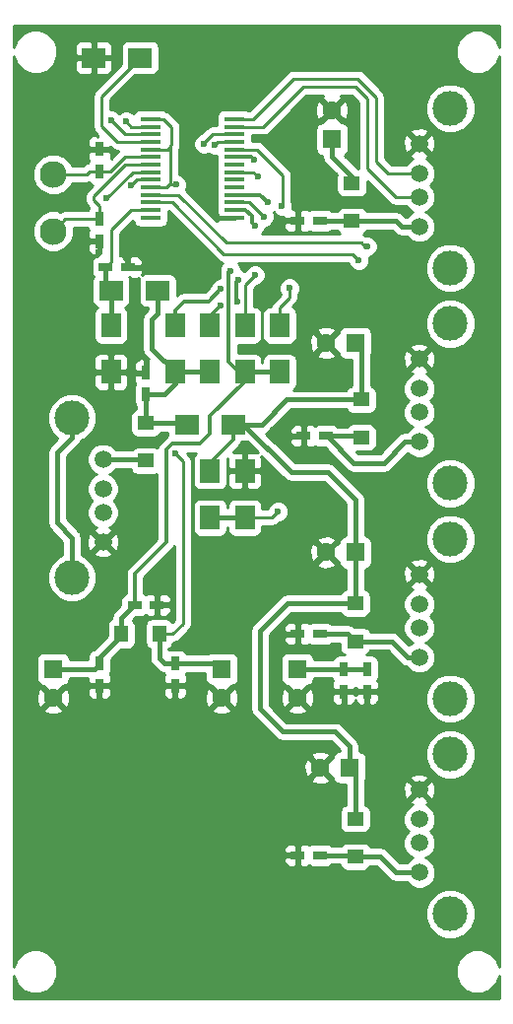
<source format=gbr>
G04 #@! TF.FileFunction,Copper,L1,Top,Signal*
%FSLAX46Y46*%
G04 Gerber Fmt 4.6, Leading zero omitted, Abs format (unit mm)*
G04 Created by KiCad (PCBNEW 4.0.5) date 08/02/17 15:31:24*
%MOMM*%
%LPD*%
G01*
G04 APERTURE LIST*
%ADD10C,0.100000*%
%ADD11R,1.750000X0.450000*%
%ADD12R,1.200000X0.750000*%
%ADD13R,0.750000X1.200000*%
%ADD14R,2.000000X1.700000*%
%ADD15R,1.700000X2.000000*%
%ADD16R,1.399540X1.150620*%
%ADD17R,1.600000X1.600000*%
%ADD18C,1.600000*%
%ADD19R,1.150620X1.399540*%
%ADD20C,1.500000*%
%ADD21C,3.000000*%
%ADD22C,2.300000*%
%ADD23C,0.600000*%
%ADD24C,0.400000*%
%ADD25C,0.300000*%
%ADD26C,0.250000*%
%ADD27C,0.254000*%
G04 APERTURE END LIST*
D10*
D11*
X137900000Y-51275000D03*
X137900000Y-51925000D03*
X137900000Y-52575000D03*
X137900000Y-53225000D03*
X137900000Y-53875000D03*
X137900000Y-54525000D03*
X137900000Y-55175000D03*
X137900000Y-55825000D03*
X137900000Y-56475000D03*
X137900000Y-57125000D03*
X137900000Y-57775000D03*
X137900000Y-58425000D03*
X137900000Y-59075000D03*
X137900000Y-59725000D03*
X145100000Y-59725000D03*
X145100000Y-59075000D03*
X145100000Y-58425000D03*
X145100000Y-57775000D03*
X145100000Y-57125000D03*
X145100000Y-56475000D03*
X145100000Y-55825000D03*
X145100000Y-55175000D03*
X145100000Y-54525000D03*
X145100000Y-53875000D03*
X145100000Y-53225000D03*
X145100000Y-52575000D03*
X145100000Y-51925000D03*
X145100000Y-51275000D03*
D12*
X152950000Y-78500000D03*
X151050000Y-78500000D03*
D13*
X133500000Y-98050000D03*
X133500000Y-99950000D03*
X154500000Y-98550000D03*
X154500000Y-100450000D03*
X156500000Y-98550000D03*
X156500000Y-100450000D03*
D14*
X134500000Y-66000000D03*
X138500000Y-66000000D03*
D15*
X134500000Y-73000000D03*
X134500000Y-69000000D03*
X143000000Y-85500000D03*
X143000000Y-81500000D03*
X146000000Y-85500000D03*
X146000000Y-81500000D03*
D14*
X133000000Y-46000000D03*
X137000000Y-46000000D03*
D15*
X149000000Y-73000000D03*
X149000000Y-69000000D03*
X143000000Y-73000000D03*
X143000000Y-69000000D03*
X140000000Y-73000000D03*
X140000000Y-69000000D03*
X146000000Y-73000000D03*
X146000000Y-69000000D03*
D16*
X155500000Y-111374400D03*
X155500000Y-114625600D03*
D12*
X152450000Y-60000000D03*
X150550000Y-60000000D03*
X152450000Y-114500000D03*
X150550000Y-114500000D03*
D16*
X155500000Y-92874400D03*
X155500000Y-96125600D03*
X156000000Y-75374400D03*
X156000000Y-78625600D03*
D17*
X155500000Y-70500000D03*
D18*
X153000000Y-70500000D03*
D17*
X155500000Y-88500000D03*
D18*
X153000000Y-88500000D03*
D12*
X134050000Y-64000000D03*
X135950000Y-64000000D03*
D13*
X133500000Y-59850000D03*
X133500000Y-61750000D03*
X137500000Y-74950000D03*
X137500000Y-73050000D03*
D17*
X129500000Y-98500000D03*
D18*
X129500000Y-101000000D03*
D12*
X136550000Y-93000000D03*
X138450000Y-93000000D03*
D13*
X140000000Y-98050000D03*
X140000000Y-99950000D03*
D17*
X144000000Y-98500000D03*
D18*
X144000000Y-101000000D03*
D17*
X150500000Y-98500000D03*
D18*
X150500000Y-101000000D03*
D16*
X155200000Y-56774400D03*
X155200000Y-60025600D03*
D14*
X141000000Y-77500000D03*
X145000000Y-77500000D03*
D16*
X137500000Y-80625600D03*
X137500000Y-77374400D03*
D19*
X138625600Y-95500000D03*
X135374400Y-95500000D03*
D20*
X161000000Y-71890000D03*
X161000000Y-74430000D03*
X161000000Y-76460000D03*
X161000000Y-79000000D03*
D21*
X163670000Y-68840000D03*
X163670000Y-82560000D03*
D20*
X161000000Y-90390000D03*
X161000000Y-92930000D03*
X161000000Y-94960000D03*
X161000000Y-97500000D03*
D21*
X163670000Y-87340000D03*
X163670000Y-101060000D03*
D20*
X161000000Y-53390000D03*
X161000000Y-55930000D03*
X161000000Y-57960000D03*
X161000000Y-60500000D03*
D21*
X163670000Y-50340000D03*
X163670000Y-64060000D03*
D20*
X133800000Y-87610000D03*
X133800000Y-85070000D03*
X133800000Y-83040000D03*
X133800000Y-80500000D03*
D21*
X131130000Y-90660000D03*
X131130000Y-76940000D03*
D20*
X161000000Y-108890000D03*
X161000000Y-111430000D03*
X161000000Y-113460000D03*
X161000000Y-116000000D03*
D21*
X163670000Y-105840000D03*
X163670000Y-119560000D03*
D17*
X153500000Y-53000000D03*
D18*
X153500000Y-50500000D03*
D12*
X152450000Y-95500000D03*
X150550000Y-95500000D03*
D17*
X155000000Y-107000000D03*
D18*
X152500000Y-107000000D03*
D13*
X133500000Y-55750000D03*
X133500000Y-53850000D03*
D22*
X129500000Y-56000000D03*
X129500000Y-60900000D03*
D23*
X135420000Y-62910000D03*
X133440000Y-62740000D03*
X146860000Y-60440000D03*
X144740000Y-64290000D03*
X140000000Y-80000000D03*
X140100000Y-56900000D03*
X135800000Y-51500000D03*
X134500000Y-51400000D03*
X134100000Y-58100000D03*
X136200000Y-57000000D03*
X156500000Y-62200000D03*
X155800000Y-63400000D03*
X143400000Y-53500000D03*
X142500000Y-53400000D03*
X148860000Y-84990000D03*
X147100000Y-56240000D03*
X149200000Y-58710000D03*
X149850000Y-65800000D03*
X143880000Y-67330000D03*
X145340000Y-66930000D03*
X145450000Y-65120000D03*
X146770000Y-54760000D03*
X143940000Y-65880000D03*
X147950000Y-58430000D03*
X147610000Y-59690000D03*
X146880000Y-64660000D03*
D24*
X133500000Y-61750000D02*
X133500000Y-62680000D01*
X135950000Y-63440000D02*
X135950000Y-64000000D01*
X135420000Y-62910000D02*
X135950000Y-63440000D01*
X133500000Y-62680000D02*
X133440000Y-62740000D01*
X145100000Y-59725000D02*
X143785000Y-59725000D01*
X143785000Y-59725000D02*
X143450000Y-59390000D01*
X155500000Y-92874400D02*
X149665600Y-92874400D01*
X155000000Y-105170000D02*
X155000000Y-107000000D01*
X153730000Y-103900000D02*
X155000000Y-105170000D01*
X149240000Y-103900000D02*
X153730000Y-103900000D01*
X147290000Y-101950000D02*
X149240000Y-103900000D01*
X147290000Y-95250000D02*
X147290000Y-101950000D01*
X149665600Y-92874400D02*
X147290000Y-95250000D01*
X145000000Y-77500000D02*
X145890000Y-77500000D01*
X145890000Y-77500000D02*
X150000000Y-81610000D01*
X155500000Y-83950000D02*
X155500000Y-88500000D01*
X153160000Y-81610000D02*
X155500000Y-83950000D01*
X150000000Y-81610000D02*
X153160000Y-81610000D01*
D25*
X143000000Y-81500000D02*
X143000000Y-80800000D01*
X143000000Y-80800000D02*
X145000000Y-78800000D01*
X145000000Y-78800000D02*
X145000000Y-77500000D01*
D24*
X155200000Y-56774400D02*
X155200000Y-56200000D01*
X155200000Y-56200000D02*
X153500000Y-54500000D01*
X153500000Y-54500000D02*
X153500000Y-53000000D01*
X156000000Y-75374400D02*
X156000000Y-71000000D01*
X156000000Y-71000000D02*
X155500000Y-70500000D01*
X145000000Y-77500000D02*
X147500000Y-77500000D01*
X149625600Y-75374400D02*
X156000000Y-75374400D01*
X147500000Y-77500000D02*
X149625600Y-75374400D01*
X155500000Y-92874400D02*
X155500000Y-88500000D01*
X155500000Y-111374400D02*
X155500000Y-107500000D01*
X155500000Y-107500000D02*
X155000000Y-107000000D01*
X155374400Y-111500000D02*
X155500000Y-111374400D01*
X152950000Y-78500000D02*
X155874400Y-78500000D01*
X155874400Y-78500000D02*
X156000000Y-78625600D01*
X152950000Y-78500000D02*
X153060000Y-78500000D01*
X153060000Y-78500000D02*
X155370000Y-80810000D01*
X155370000Y-80810000D02*
X157960000Y-80810000D01*
X157960000Y-80810000D02*
X159770000Y-79000000D01*
X159770000Y-79000000D02*
X161000000Y-79000000D01*
X140000000Y-73000000D02*
X138000000Y-71000000D01*
X138500000Y-68000000D02*
X138500000Y-66000000D01*
X138000000Y-68500000D02*
X138500000Y-68000000D01*
X138000000Y-71000000D02*
X138000000Y-68500000D01*
X140000000Y-73000000D02*
X143000000Y-73000000D01*
X137500000Y-74950000D02*
X139050000Y-74950000D01*
X139050000Y-74950000D02*
X140000000Y-74000000D01*
X140000000Y-74000000D02*
X140000000Y-73000000D01*
X137500000Y-74950000D02*
X137500000Y-77374400D01*
X137500000Y-77374400D02*
X140874400Y-77374400D01*
X140874400Y-77374400D02*
X141000000Y-77500000D01*
D25*
X146000000Y-73000000D02*
X145480000Y-73000000D01*
X145480000Y-73000000D02*
X144620000Y-72140000D01*
X146055000Y-59075000D02*
X145100000Y-59075000D01*
X146600000Y-59620000D02*
X146055000Y-59075000D01*
X146600000Y-60180000D02*
X146600000Y-59620000D01*
X146860000Y-60440000D02*
X146600000Y-60180000D01*
X144620000Y-64410000D02*
X144740000Y-64290000D01*
X144620000Y-72140000D02*
X144620000Y-64410000D01*
X136550000Y-93000000D02*
X136550000Y-90330000D01*
X142990000Y-76810000D02*
X146000000Y-73800000D01*
X142990000Y-78330000D02*
X142990000Y-76810000D01*
X142150000Y-79170000D02*
X142990000Y-78330000D01*
X139750000Y-79170000D02*
X142150000Y-79170000D01*
X139230000Y-79690000D02*
X139750000Y-79170000D01*
X139230000Y-87650000D02*
X139230000Y-79690000D01*
X136550000Y-90330000D02*
X139230000Y-87650000D01*
X146000000Y-73800000D02*
X146000000Y-73000000D01*
D24*
X136550000Y-93000000D02*
X136500000Y-93000000D01*
X136500000Y-93000000D02*
X135374400Y-94125600D01*
X135374400Y-94125600D02*
X135374400Y-95500000D01*
X133500000Y-98050000D02*
X133500000Y-97500000D01*
X133500000Y-97500000D02*
X135000000Y-96000000D01*
X135000000Y-96000000D02*
X135374400Y-95500000D01*
X129500000Y-98500000D02*
X133050000Y-98500000D01*
X133050000Y-98500000D02*
X133500000Y-98050000D01*
X146000000Y-73000000D02*
X149000000Y-73000000D01*
D26*
X139500000Y-56900000D02*
X140100000Y-56900000D01*
X139800000Y-95500000D02*
X138625600Y-95500000D01*
X140700000Y-94600000D02*
X139800000Y-95500000D01*
X140700000Y-80700000D02*
X140700000Y-94600000D01*
X140000000Y-80000000D02*
X140700000Y-80700000D01*
X139600000Y-53600000D02*
X139600000Y-56800000D01*
X139300000Y-57100000D02*
X137925000Y-57100000D01*
X139600000Y-56800000D02*
X139500000Y-56900000D01*
X139500000Y-56900000D02*
X139300000Y-57100000D01*
X137925000Y-57100000D02*
X137900000Y-57125000D01*
X137900000Y-51275000D02*
X138975000Y-51275000D01*
X139325000Y-53875000D02*
X137900000Y-53875000D01*
X139700000Y-53500000D02*
X139600000Y-53600000D01*
X139600000Y-53600000D02*
X139325000Y-53875000D01*
X139700000Y-52000000D02*
X139700000Y-53500000D01*
X138975000Y-51275000D02*
X139700000Y-52000000D01*
D24*
X154500000Y-98550000D02*
X156500000Y-98550000D01*
X150500000Y-98500000D02*
X154450000Y-98500000D01*
X154450000Y-98500000D02*
X154500000Y-98550000D01*
X140000000Y-98050000D02*
X143550000Y-98050000D01*
X143550000Y-98050000D02*
X144000000Y-98500000D01*
X138625600Y-95500000D02*
X138625600Y-97625600D01*
X138625600Y-97625600D02*
X139050000Y-98050000D01*
X139050000Y-98050000D02*
X140000000Y-98050000D01*
D26*
X161000000Y-57960000D02*
X158960000Y-57960000D01*
X147575000Y-51925000D02*
X145100000Y-51925000D01*
X151000000Y-48500000D02*
X147575000Y-51925000D01*
X155500000Y-48500000D02*
X151000000Y-48500000D01*
X156500000Y-49500000D02*
X155500000Y-48500000D01*
X156500000Y-55500000D02*
X156500000Y-49500000D01*
X158960000Y-57960000D02*
X156500000Y-55500000D01*
X145100000Y-51275000D02*
X146725000Y-51275000D01*
X158330000Y-55930000D02*
X161000000Y-55930000D01*
X157300000Y-54900000D02*
X158330000Y-55930000D01*
X157300000Y-49400000D02*
X157300000Y-54900000D01*
X155700000Y-47800000D02*
X157300000Y-49400000D01*
X150200000Y-47800000D02*
X155700000Y-47800000D01*
X146725000Y-51275000D02*
X150200000Y-47800000D01*
X137900000Y-51925000D02*
X136225000Y-51925000D01*
X136225000Y-51925000D02*
X135800000Y-51500000D01*
X135675000Y-52575000D02*
X137900000Y-52575000D01*
X134500000Y-51400000D02*
X135675000Y-52575000D01*
X137900000Y-55825000D02*
X136375000Y-55825000D01*
X136375000Y-55825000D02*
X134100000Y-58100000D01*
X137900000Y-56475000D02*
X136725000Y-56475000D01*
X136725000Y-56475000D02*
X136200000Y-57000000D01*
X137900000Y-57775000D02*
X140275000Y-57775000D01*
X156300000Y-62200000D02*
X156500000Y-62200000D01*
X156000000Y-61900000D02*
X156300000Y-62200000D01*
X144400000Y-61900000D02*
X156000000Y-61900000D01*
X140275000Y-57775000D02*
X144400000Y-61900000D01*
X139725000Y-58425000D02*
X137900000Y-58425000D01*
X144200000Y-62900000D02*
X139725000Y-58425000D01*
X155300000Y-62900000D02*
X144200000Y-62900000D01*
X155800000Y-63400000D02*
X155300000Y-62900000D01*
X145100000Y-53225000D02*
X143675000Y-53225000D01*
X143675000Y-53225000D02*
X143400000Y-53500000D01*
X145100000Y-52575000D02*
X143225000Y-52575000D01*
X142500000Y-53300000D02*
X142500000Y-53400000D01*
X143225000Y-52575000D02*
X142500000Y-53300000D01*
X145100000Y-55825000D02*
X146685000Y-55825000D01*
X148350000Y-85500000D02*
X146000000Y-85500000D01*
X148860000Y-84990000D02*
X148350000Y-85500000D01*
X146685000Y-55825000D02*
X147100000Y-56240000D01*
D24*
X143000000Y-85500000D02*
X146000000Y-85500000D01*
D26*
X137900000Y-53225000D02*
X135025000Y-53225000D01*
X133700000Y-49300000D02*
X137000000Y-46000000D01*
X133700000Y-51900000D02*
X133700000Y-49300000D01*
X135025000Y-53225000D02*
X133700000Y-51900000D01*
X149000000Y-69000000D02*
X149000000Y-67450000D01*
X147025000Y-53875000D02*
X145100000Y-53875000D01*
X149280000Y-56130000D02*
X147025000Y-53875000D01*
X149280000Y-58630000D02*
X149280000Y-56130000D01*
X149200000Y-58710000D02*
X149280000Y-58630000D01*
X149850000Y-66600000D02*
X149850000Y-65800000D01*
X149000000Y-67450000D02*
X149850000Y-66600000D01*
D25*
X145100000Y-54525000D02*
X146535000Y-54525000D01*
X143880000Y-67330000D02*
X143000000Y-68210000D01*
X145280000Y-66870000D02*
X145340000Y-66930000D01*
X145280000Y-65290000D02*
X145280000Y-66870000D01*
X145450000Y-65120000D02*
X145280000Y-65290000D01*
X146535000Y-54525000D02*
X146770000Y-54760000D01*
X143000000Y-68210000D02*
X143000000Y-69000000D01*
X145100000Y-57775000D02*
X147305000Y-57775000D01*
X140000000Y-67690000D02*
X140000000Y-69000000D01*
X140770000Y-66920000D02*
X140000000Y-67690000D01*
X142900000Y-66920000D02*
X140770000Y-66920000D01*
X143940000Y-65880000D02*
X142900000Y-66920000D01*
X147950000Y-58420000D02*
X147950000Y-58430000D01*
X147305000Y-57775000D02*
X147950000Y-58420000D01*
D24*
X155500000Y-114625600D02*
X157625600Y-114625600D01*
X159000000Y-116000000D02*
X161000000Y-116000000D01*
X157625600Y-114625600D02*
X159000000Y-116000000D01*
X152450000Y-114500000D02*
X155374400Y-114500000D01*
X155374400Y-114500000D02*
X155500000Y-114625600D01*
X155200000Y-60025600D02*
X159025600Y-60025600D01*
X159500000Y-60500000D02*
X161000000Y-60500000D01*
X159025600Y-60025600D02*
X159500000Y-60500000D01*
X152450000Y-60000000D02*
X155174400Y-60000000D01*
X155174400Y-60000000D02*
X155200000Y-60025600D01*
X134500000Y-66000000D02*
X134500000Y-69000000D01*
X134050000Y-64000000D02*
X134050000Y-65550000D01*
X134050000Y-65550000D02*
X134500000Y-66000000D01*
D26*
X137900000Y-59075000D02*
X136225000Y-59075000D01*
X134500000Y-63550000D02*
X134050000Y-64000000D01*
X134500000Y-60800000D02*
X134500000Y-63550000D01*
X136225000Y-59075000D02*
X134500000Y-60800000D01*
X133500000Y-59850000D02*
X130550000Y-59850000D01*
X130550000Y-59850000D02*
X129500000Y-60900000D01*
X133500000Y-59850000D02*
X133500000Y-58700000D01*
X135725000Y-55175000D02*
X137900000Y-55175000D01*
X133000000Y-57900000D02*
X135725000Y-55175000D01*
X133000000Y-58200000D02*
X133000000Y-57900000D01*
X133500000Y-58700000D02*
X133000000Y-58200000D01*
X129500000Y-60100000D02*
X129500000Y-60900000D01*
D24*
X133800000Y-80500000D02*
X137374400Y-80500000D01*
X137374400Y-80500000D02*
X137500000Y-80625600D01*
X131130000Y-90660000D02*
X131130000Y-87240000D01*
X131130000Y-78650000D02*
X131130000Y-76940000D01*
X129840000Y-79940000D02*
X131130000Y-78650000D01*
X129840000Y-85950000D02*
X129840000Y-79940000D01*
X131130000Y-87240000D02*
X129840000Y-85950000D01*
D26*
X146000000Y-69000000D02*
X146000000Y-65540000D01*
X146345000Y-58425000D02*
X145100000Y-58425000D01*
X147610000Y-59690000D02*
X146345000Y-58425000D01*
X146000000Y-65540000D02*
X146880000Y-64660000D01*
D24*
X155500000Y-96125600D02*
X158625600Y-96125600D01*
X160000000Y-97500000D02*
X161000000Y-97500000D01*
X158625600Y-96125600D02*
X160000000Y-97500000D01*
X152450000Y-95500000D02*
X154874400Y-95500000D01*
X154874400Y-95500000D02*
X155500000Y-96125600D01*
D26*
X133500000Y-55750000D02*
X134450000Y-55750000D01*
X135675000Y-54525000D02*
X137900000Y-54525000D01*
X134450000Y-55750000D02*
X135675000Y-54525000D01*
X129500000Y-56000000D02*
X132400000Y-56000000D01*
X132650000Y-55750000D02*
X133500000Y-55750000D01*
X132400000Y-56000000D02*
X132650000Y-55750000D01*
D27*
G36*
X167873000Y-45096864D02*
X167598957Y-44433628D01*
X167069161Y-43902907D01*
X166376595Y-43615328D01*
X165626695Y-43614674D01*
X164933628Y-43901043D01*
X164402907Y-44430839D01*
X164115328Y-45123405D01*
X164114674Y-45873305D01*
X164401043Y-46566372D01*
X164930839Y-47097093D01*
X165623405Y-47384672D01*
X166373305Y-47385326D01*
X167066372Y-47098957D01*
X167597093Y-46569161D01*
X167873000Y-45904704D01*
X167873000Y-124096864D01*
X167598957Y-123433628D01*
X167069161Y-122902907D01*
X166376595Y-122615328D01*
X165626695Y-122614674D01*
X164933628Y-122901043D01*
X164402907Y-123430839D01*
X164115328Y-124123405D01*
X164114674Y-124873305D01*
X164401043Y-125566372D01*
X164930839Y-126097093D01*
X165623405Y-126384672D01*
X166373305Y-126385326D01*
X167066372Y-126098957D01*
X167597093Y-125569161D01*
X167873000Y-124904704D01*
X167873000Y-126790000D01*
X126127000Y-126790000D01*
X126127000Y-124903136D01*
X126401043Y-125566372D01*
X126930839Y-126097093D01*
X127623405Y-126384672D01*
X128373305Y-126385326D01*
X129066372Y-126098957D01*
X129597093Y-125569161D01*
X129884672Y-124876595D01*
X129885326Y-124126695D01*
X129598957Y-123433628D01*
X129069161Y-122902907D01*
X128376595Y-122615328D01*
X127626695Y-122614674D01*
X126933628Y-122901043D01*
X126402907Y-123430839D01*
X126127000Y-124095296D01*
X126127000Y-119982815D01*
X161534630Y-119982815D01*
X161858980Y-120767800D01*
X162459041Y-121368909D01*
X163243459Y-121694628D01*
X164092815Y-121695370D01*
X164877800Y-121371020D01*
X165478909Y-120770959D01*
X165804628Y-119986541D01*
X165805370Y-119137185D01*
X165481020Y-118352200D01*
X164880959Y-117751091D01*
X164096541Y-117425372D01*
X163247185Y-117424630D01*
X162462200Y-117748980D01*
X161861091Y-118349041D01*
X161535372Y-119133459D01*
X161534630Y-119982815D01*
X126127000Y-119982815D01*
X126127000Y-114785750D01*
X149315000Y-114785750D01*
X149315000Y-115001310D01*
X149411673Y-115234699D01*
X149590302Y-115413327D01*
X149823691Y-115510000D01*
X150264250Y-115510000D01*
X150423000Y-115351250D01*
X150423000Y-114627000D01*
X149473750Y-114627000D01*
X149315000Y-114785750D01*
X126127000Y-114785750D01*
X126127000Y-113998690D01*
X149315000Y-113998690D01*
X149315000Y-114214250D01*
X149473750Y-114373000D01*
X150423000Y-114373000D01*
X150423000Y-113648750D01*
X150677000Y-113648750D01*
X150677000Y-114373000D01*
X150697000Y-114373000D01*
X150697000Y-114627000D01*
X150677000Y-114627000D01*
X150677000Y-115351250D01*
X150835750Y-115510000D01*
X151276309Y-115510000D01*
X151509698Y-115413327D01*
X151511068Y-115411957D01*
X151598110Y-115471431D01*
X151850000Y-115522440D01*
X153050000Y-115522440D01*
X153285317Y-115478162D01*
X153501441Y-115339090D01*
X153504236Y-115335000D01*
X154178021Y-115335000D01*
X154197068Y-115436227D01*
X154336140Y-115652351D01*
X154548340Y-115797341D01*
X154800230Y-115848350D01*
X156199770Y-115848350D01*
X156435087Y-115804072D01*
X156651211Y-115665000D01*
X156790871Y-115460600D01*
X157279732Y-115460600D01*
X158409566Y-116590434D01*
X158680459Y-116771439D01*
X159000000Y-116835000D01*
X159876564Y-116835000D01*
X160214436Y-117173461D01*
X160723298Y-117384759D01*
X161274285Y-117385240D01*
X161783515Y-117174831D01*
X162173461Y-116785564D01*
X162384759Y-116276702D01*
X162385240Y-115725715D01*
X162174831Y-115216485D01*
X161785564Y-114826539D01*
X161553130Y-114730024D01*
X161783515Y-114634831D01*
X162173461Y-114245564D01*
X162384759Y-113736702D01*
X162385240Y-113185715D01*
X162174831Y-112676485D01*
X161943687Y-112444938D01*
X162173461Y-112215564D01*
X162384759Y-111706702D01*
X162385240Y-111155715D01*
X162174831Y-110646485D01*
X161785564Y-110256539D01*
X161569021Y-110166623D01*
X161723923Y-110102460D01*
X161791912Y-109861517D01*
X161000000Y-109069605D01*
X160208088Y-109861517D01*
X160276077Y-110102460D01*
X160442621Y-110161732D01*
X160216485Y-110255169D01*
X159826539Y-110644436D01*
X159615241Y-111153298D01*
X159614760Y-111704285D01*
X159825169Y-112213515D01*
X160056313Y-112445062D01*
X159826539Y-112674436D01*
X159615241Y-113183298D01*
X159614760Y-113734285D01*
X159825169Y-114243515D01*
X160214436Y-114633461D01*
X160446870Y-114729976D01*
X160216485Y-114825169D01*
X159876061Y-115165000D01*
X159345868Y-115165000D01*
X158216034Y-114035166D01*
X157998303Y-113889683D01*
X157945141Y-113854161D01*
X157625600Y-113790600D01*
X156787248Y-113790600D01*
X156663860Y-113598849D01*
X156451660Y-113453859D01*
X156199770Y-113402850D01*
X154800230Y-113402850D01*
X154564913Y-113447128D01*
X154348789Y-113586200D01*
X154294947Y-113665000D01*
X153501563Y-113665000D01*
X153301890Y-113528569D01*
X153050000Y-113477560D01*
X151850000Y-113477560D01*
X151614683Y-113521838D01*
X151511354Y-113588329D01*
X151509698Y-113586673D01*
X151276309Y-113490000D01*
X150835750Y-113490000D01*
X150677000Y-113648750D01*
X150423000Y-113648750D01*
X150264250Y-113490000D01*
X149823691Y-113490000D01*
X149590302Y-113586673D01*
X149411673Y-113765301D01*
X149315000Y-113998690D01*
X126127000Y-113998690D01*
X126127000Y-108007745D01*
X151671861Y-108007745D01*
X151745995Y-108253864D01*
X152283223Y-108446965D01*
X152853454Y-108419778D01*
X153254005Y-108253864D01*
X153328139Y-108007745D01*
X152500000Y-107179605D01*
X151671861Y-108007745D01*
X126127000Y-108007745D01*
X126127000Y-106783223D01*
X151053035Y-106783223D01*
X151080222Y-107353454D01*
X151246136Y-107754005D01*
X151492255Y-107828139D01*
X152320395Y-107000000D01*
X151492255Y-106171861D01*
X151246136Y-106245995D01*
X151053035Y-106783223D01*
X126127000Y-106783223D01*
X126127000Y-105992255D01*
X151671861Y-105992255D01*
X152500000Y-106820395D01*
X153328139Y-105992255D01*
X153254005Y-105746136D01*
X152716777Y-105553035D01*
X152146546Y-105580222D01*
X151745995Y-105746136D01*
X151671861Y-105992255D01*
X126127000Y-105992255D01*
X126127000Y-102007745D01*
X128671861Y-102007745D01*
X128745995Y-102253864D01*
X129283223Y-102446965D01*
X129853454Y-102419778D01*
X130254005Y-102253864D01*
X130328139Y-102007745D01*
X143171861Y-102007745D01*
X143245995Y-102253864D01*
X143783223Y-102446965D01*
X144353454Y-102419778D01*
X144754005Y-102253864D01*
X144828139Y-102007745D01*
X144000000Y-101179605D01*
X143171861Y-102007745D01*
X130328139Y-102007745D01*
X129500000Y-101179605D01*
X128671861Y-102007745D01*
X126127000Y-102007745D01*
X126127000Y-100783223D01*
X128053035Y-100783223D01*
X128080222Y-101353454D01*
X128246136Y-101754005D01*
X128492255Y-101828139D01*
X129320395Y-101000000D01*
X129679605Y-101000000D01*
X130507745Y-101828139D01*
X130753864Y-101754005D01*
X130946965Y-101216777D01*
X130919778Y-100646546D01*
X130753864Y-100245995D01*
X130719852Y-100235750D01*
X132490000Y-100235750D01*
X132490000Y-100676309D01*
X132586673Y-100909698D01*
X132765301Y-101088327D01*
X132998690Y-101185000D01*
X133214250Y-101185000D01*
X133373000Y-101026250D01*
X133373000Y-100077000D01*
X133627000Y-100077000D01*
X133627000Y-101026250D01*
X133785750Y-101185000D01*
X134001310Y-101185000D01*
X134234699Y-101088327D01*
X134413327Y-100909698D01*
X134510000Y-100676309D01*
X134510000Y-100235750D01*
X138990000Y-100235750D01*
X138990000Y-100676309D01*
X139086673Y-100909698D01*
X139265301Y-101088327D01*
X139498690Y-101185000D01*
X139714250Y-101185000D01*
X139873000Y-101026250D01*
X139873000Y-100077000D01*
X140127000Y-100077000D01*
X140127000Y-101026250D01*
X140285750Y-101185000D01*
X140501310Y-101185000D01*
X140734699Y-101088327D01*
X140913327Y-100909698D01*
X140965714Y-100783223D01*
X142553035Y-100783223D01*
X142580222Y-101353454D01*
X142746136Y-101754005D01*
X142992255Y-101828139D01*
X143820395Y-101000000D01*
X144179605Y-101000000D01*
X145007745Y-101828139D01*
X145253864Y-101754005D01*
X145446965Y-101216777D01*
X145419778Y-100646546D01*
X145253864Y-100245995D01*
X145007745Y-100171861D01*
X144179605Y-101000000D01*
X143820395Y-101000000D01*
X142992255Y-100171861D01*
X142746136Y-100245995D01*
X142553035Y-100783223D01*
X140965714Y-100783223D01*
X141010000Y-100676309D01*
X141010000Y-100235750D01*
X140851250Y-100077000D01*
X140127000Y-100077000D01*
X139873000Y-100077000D01*
X139148750Y-100077000D01*
X138990000Y-100235750D01*
X134510000Y-100235750D01*
X134351250Y-100077000D01*
X133627000Y-100077000D01*
X133373000Y-100077000D01*
X132648750Y-100077000D01*
X132490000Y-100235750D01*
X130719852Y-100235750D01*
X130507745Y-100171861D01*
X129679605Y-101000000D01*
X129320395Y-101000000D01*
X128492255Y-100171861D01*
X128246136Y-100245995D01*
X128053035Y-100783223D01*
X126127000Y-100783223D01*
X126127000Y-77362815D01*
X128994630Y-77362815D01*
X129318980Y-78147800D01*
X129884662Y-78714470D01*
X129249566Y-79349566D01*
X129068561Y-79620459D01*
X129005000Y-79940000D01*
X129005000Y-85950000D01*
X129068561Y-86269541D01*
X129159072Y-86405000D01*
X129249566Y-86540434D01*
X130295000Y-87585869D01*
X130295000Y-88694942D01*
X129922200Y-88848980D01*
X129321091Y-89449041D01*
X128995372Y-90233459D01*
X128994630Y-91082815D01*
X129318980Y-91867800D01*
X129919041Y-92468909D01*
X130703459Y-92794628D01*
X131552815Y-92795370D01*
X132337800Y-92471020D01*
X132938909Y-91870959D01*
X133264628Y-91086541D01*
X133265370Y-90237185D01*
X132941020Y-89452200D01*
X132340959Y-88851091D01*
X131965000Y-88694979D01*
X131965000Y-88581517D01*
X133008088Y-88581517D01*
X133076077Y-88822460D01*
X133595171Y-89007201D01*
X134145448Y-88979230D01*
X134523923Y-88822460D01*
X134591912Y-88581517D01*
X133800000Y-87789605D01*
X133008088Y-88581517D01*
X131965000Y-88581517D01*
X131965000Y-87405171D01*
X132402799Y-87405171D01*
X132430770Y-87955448D01*
X132587540Y-88333923D01*
X132828483Y-88401912D01*
X133620395Y-87610000D01*
X133979605Y-87610000D01*
X134771517Y-88401912D01*
X135012460Y-88333923D01*
X135197201Y-87814829D01*
X135169230Y-87264552D01*
X135012460Y-86886077D01*
X134771517Y-86818088D01*
X133979605Y-87610000D01*
X133620395Y-87610000D01*
X132828483Y-86818088D01*
X132587540Y-86886077D01*
X132402799Y-87405171D01*
X131965000Y-87405171D01*
X131965000Y-87240000D01*
X131901439Y-86920459D01*
X131768458Y-86721439D01*
X131720434Y-86649565D01*
X130675000Y-85604132D01*
X130675000Y-80285868D01*
X131720434Y-79240435D01*
X131837547Y-79065162D01*
X131901439Y-78969541D01*
X131909722Y-78927899D01*
X132337800Y-78751020D01*
X132938909Y-78150959D01*
X133264628Y-77366541D01*
X133265370Y-76517185D01*
X132941020Y-75732200D01*
X132340959Y-75131091D01*
X131556541Y-74805372D01*
X130707185Y-74804630D01*
X129922200Y-75128980D01*
X129321091Y-75729041D01*
X128995372Y-76513459D01*
X128994630Y-77362815D01*
X126127000Y-77362815D01*
X126127000Y-73285750D01*
X133015000Y-73285750D01*
X133015000Y-74126309D01*
X133111673Y-74359698D01*
X133290301Y-74538327D01*
X133523690Y-74635000D01*
X134214250Y-74635000D01*
X134373000Y-74476250D01*
X134373000Y-73127000D01*
X134627000Y-73127000D01*
X134627000Y-74476250D01*
X134785750Y-74635000D01*
X135476310Y-74635000D01*
X135709699Y-74538327D01*
X135888327Y-74359698D01*
X135985000Y-74126309D01*
X135985000Y-73285750D01*
X135826250Y-73127000D01*
X134627000Y-73127000D01*
X134373000Y-73127000D01*
X133173750Y-73127000D01*
X133015000Y-73285750D01*
X126127000Y-73285750D01*
X126127000Y-71873691D01*
X133015000Y-71873691D01*
X133015000Y-72714250D01*
X133173750Y-72873000D01*
X134373000Y-72873000D01*
X134373000Y-71523750D01*
X134627000Y-71523750D01*
X134627000Y-72873000D01*
X135826250Y-72873000D01*
X135985000Y-72714250D01*
X135985000Y-72323691D01*
X136490000Y-72323691D01*
X136490000Y-72764250D01*
X136648750Y-72923000D01*
X137373000Y-72923000D01*
X137373000Y-71973750D01*
X137214250Y-71815000D01*
X136998690Y-71815000D01*
X136765301Y-71911673D01*
X136586673Y-72090302D01*
X136490000Y-72323691D01*
X135985000Y-72323691D01*
X135985000Y-71873691D01*
X135888327Y-71640302D01*
X135709699Y-71461673D01*
X135476310Y-71365000D01*
X134785750Y-71365000D01*
X134627000Y-71523750D01*
X134373000Y-71523750D01*
X134214250Y-71365000D01*
X133523690Y-71365000D01*
X133290301Y-71461673D01*
X133111673Y-71640302D01*
X133015000Y-71873691D01*
X126127000Y-71873691D01*
X126127000Y-56353501D01*
X127714691Y-56353501D01*
X127985868Y-57009800D01*
X128487559Y-57512367D01*
X129143384Y-57784689D01*
X129853501Y-57785309D01*
X130509800Y-57514132D01*
X131012367Y-57012441D01*
X131117190Y-56760000D01*
X132400000Y-56760000D01*
X132607663Y-56718693D01*
X132660910Y-56801441D01*
X132873110Y-56946431D01*
X132877814Y-56947384D01*
X132462599Y-57362599D01*
X132297852Y-57609161D01*
X132240000Y-57900000D01*
X132240000Y-58200000D01*
X132297852Y-58490839D01*
X132462599Y-58737401D01*
X132607617Y-58882419D01*
X132528569Y-58998110D01*
X132509961Y-59090000D01*
X130550000Y-59090000D01*
X130259160Y-59147852D01*
X130134914Y-59230870D01*
X129856616Y-59115311D01*
X129146499Y-59114691D01*
X128490200Y-59385868D01*
X127987633Y-59887559D01*
X127715311Y-60543384D01*
X127714691Y-61253501D01*
X127985868Y-61909800D01*
X128487559Y-62412367D01*
X129143384Y-62684689D01*
X129853501Y-62685309D01*
X130509800Y-62414132D01*
X131012367Y-61912441D01*
X131284689Y-61256616D01*
X131285254Y-60610000D01*
X132507666Y-60610000D01*
X132521838Y-60685317D01*
X132588329Y-60788646D01*
X132586673Y-60790302D01*
X132490000Y-61023691D01*
X132490000Y-61464250D01*
X132648750Y-61623000D01*
X133373000Y-61623000D01*
X133373000Y-61603000D01*
X133627000Y-61603000D01*
X133627000Y-61623000D01*
X133647000Y-61623000D01*
X133647000Y-61877000D01*
X133627000Y-61877000D01*
X133627000Y-61897000D01*
X133373000Y-61897000D01*
X133373000Y-61877000D01*
X132648750Y-61877000D01*
X132490000Y-62035750D01*
X132490000Y-62476309D01*
X132586673Y-62709698D01*
X132765301Y-62888327D01*
X132998690Y-62985000D01*
X133214250Y-62985000D01*
X133372998Y-62826252D01*
X133372998Y-62985000D01*
X133410460Y-62985000D01*
X133214683Y-63021838D01*
X132998559Y-63160910D01*
X132853569Y-63373110D01*
X132802560Y-63625000D01*
X132802560Y-64375000D01*
X132846838Y-64610317D01*
X132969725Y-64801288D01*
X132903569Y-64898110D01*
X132852560Y-65150000D01*
X132852560Y-66850000D01*
X132896838Y-67085317D01*
X133035910Y-67301441D01*
X133248110Y-67446431D01*
X133316189Y-67460217D01*
X133198559Y-67535910D01*
X133053569Y-67748110D01*
X133002560Y-68000000D01*
X133002560Y-70000000D01*
X133046838Y-70235317D01*
X133185910Y-70451441D01*
X133398110Y-70596431D01*
X133650000Y-70647440D01*
X135350000Y-70647440D01*
X135585317Y-70603162D01*
X135801441Y-70464090D01*
X135946431Y-70251890D01*
X135997440Y-70000000D01*
X135997440Y-68000000D01*
X135953162Y-67764683D01*
X135814090Y-67548559D01*
X135687610Y-67462139D01*
X135735317Y-67453162D01*
X135951441Y-67314090D01*
X136096431Y-67101890D01*
X136147440Y-66850000D01*
X136147440Y-65150000D01*
X136103162Y-64914683D01*
X136077002Y-64874029D01*
X136077002Y-64851252D01*
X136235750Y-65010000D01*
X136676309Y-65010000D01*
X136899644Y-64917491D01*
X136852560Y-65150000D01*
X136852560Y-66850000D01*
X136896838Y-67085317D01*
X137035910Y-67301441D01*
X137248110Y-67446431D01*
X137500000Y-67497440D01*
X137665000Y-67497440D01*
X137665000Y-67654132D01*
X137409566Y-67909566D01*
X137228561Y-68180459D01*
X137165000Y-68500000D01*
X137165000Y-71000000D01*
X137228561Y-71319541D01*
X137284707Y-71403569D01*
X137409566Y-71590434D01*
X137709941Y-71890809D01*
X137627000Y-71973750D01*
X137627000Y-72923000D01*
X137647000Y-72923000D01*
X137647000Y-73177000D01*
X137627000Y-73177000D01*
X137627000Y-73197000D01*
X137373000Y-73197000D01*
X137373000Y-73177000D01*
X136648750Y-73177000D01*
X136490000Y-73335750D01*
X136490000Y-73776309D01*
X136586673Y-74009698D01*
X136588043Y-74011068D01*
X136528569Y-74098110D01*
X136477560Y-74350000D01*
X136477560Y-75550000D01*
X136521838Y-75785317D01*
X136660910Y-76001441D01*
X136665000Y-76004236D01*
X136665000Y-76177095D01*
X136564913Y-76195928D01*
X136348789Y-76335000D01*
X136203799Y-76547200D01*
X136152790Y-76799090D01*
X136152790Y-77949710D01*
X136197068Y-78185027D01*
X136336140Y-78401151D01*
X136548340Y-78546141D01*
X136800230Y-78597150D01*
X138199770Y-78597150D01*
X138435087Y-78552872D01*
X138651211Y-78413800D01*
X138790871Y-78209400D01*
X139352560Y-78209400D01*
X139352560Y-78350000D01*
X139379235Y-78491766D01*
X139194921Y-78614921D01*
X138674921Y-79134921D01*
X138504755Y-79389593D01*
X138487148Y-79478107D01*
X138451660Y-79453859D01*
X138199770Y-79402850D01*
X136800230Y-79402850D01*
X136564913Y-79447128D01*
X136348789Y-79586200D01*
X136294947Y-79665000D01*
X134923436Y-79665000D01*
X134585564Y-79326539D01*
X134076702Y-79115241D01*
X133525715Y-79114760D01*
X133016485Y-79325169D01*
X132626539Y-79714436D01*
X132415241Y-80223298D01*
X132414760Y-80774285D01*
X132625169Y-81283515D01*
X133014436Y-81673461D01*
X133246870Y-81769976D01*
X133016485Y-81865169D01*
X132626539Y-82254436D01*
X132415241Y-82763298D01*
X132414760Y-83314285D01*
X132625169Y-83823515D01*
X132856313Y-84055062D01*
X132626539Y-84284436D01*
X132415241Y-84793298D01*
X132414760Y-85344285D01*
X132625169Y-85853515D01*
X133014436Y-86243461D01*
X133230979Y-86333377D01*
X133076077Y-86397540D01*
X133008088Y-86638483D01*
X133800000Y-87430395D01*
X134591912Y-86638483D01*
X134523923Y-86397540D01*
X134357379Y-86338268D01*
X134583515Y-86244831D01*
X134973461Y-85855564D01*
X135184759Y-85346702D01*
X135185240Y-84795715D01*
X134974831Y-84286485D01*
X134743687Y-84054938D01*
X134973461Y-83825564D01*
X135184759Y-83316702D01*
X135185240Y-82765715D01*
X134974831Y-82256485D01*
X134585564Y-81866539D01*
X134353130Y-81770024D01*
X134583515Y-81674831D01*
X134923939Y-81335000D01*
X136178021Y-81335000D01*
X136197068Y-81436227D01*
X136336140Y-81652351D01*
X136548340Y-81797341D01*
X136800230Y-81848350D01*
X138199770Y-81848350D01*
X138435087Y-81804072D01*
X138445000Y-81797693D01*
X138445000Y-87324842D01*
X135994921Y-89774921D01*
X135824755Y-90029593D01*
X135788791Y-90210395D01*
X135765000Y-90330000D01*
X135765000Y-92012370D01*
X135714683Y-92021838D01*
X135498559Y-92160910D01*
X135353569Y-92373110D01*
X135302560Y-92625000D01*
X135302560Y-93016572D01*
X134783966Y-93535166D01*
X134602961Y-93806059D01*
X134539400Y-94125600D01*
X134539400Y-94212752D01*
X134347649Y-94336140D01*
X134202659Y-94548340D01*
X134151650Y-94800230D01*
X134151650Y-95667482D01*
X132991441Y-96827691D01*
X132889683Y-96846838D01*
X132673559Y-96985910D01*
X132528569Y-97198110D01*
X132477560Y-97450000D01*
X132477560Y-97665000D01*
X130940854Y-97665000D01*
X130903162Y-97464683D01*
X130764090Y-97248559D01*
X130551890Y-97103569D01*
X130300000Y-97052560D01*
X128700000Y-97052560D01*
X128464683Y-97096838D01*
X128248559Y-97235910D01*
X128103569Y-97448110D01*
X128052560Y-97700000D01*
X128052560Y-99300000D01*
X128096838Y-99535317D01*
X128235910Y-99751441D01*
X128448110Y-99896431D01*
X128686201Y-99944646D01*
X128671861Y-99992255D01*
X129500000Y-100820395D01*
X130328139Y-99992255D01*
X130313855Y-99944833D01*
X130535317Y-99903162D01*
X130751441Y-99764090D01*
X130896431Y-99551890D01*
X130940352Y-99335000D01*
X132490000Y-99335000D01*
X132490000Y-99664250D01*
X132648750Y-99823000D01*
X133373000Y-99823000D01*
X133373000Y-99803000D01*
X133627000Y-99803000D01*
X133627000Y-99823000D01*
X134351250Y-99823000D01*
X134510000Y-99664250D01*
X134510000Y-99223691D01*
X134413327Y-98990302D01*
X134411957Y-98988932D01*
X134471431Y-98901890D01*
X134522440Y-98650000D01*
X134522440Y-97658428D01*
X135333658Y-96847210D01*
X135949710Y-96847210D01*
X136185027Y-96802932D01*
X136401151Y-96663860D01*
X136546141Y-96451660D01*
X136597150Y-96199770D01*
X136597150Y-94800230D01*
X136552872Y-94564913D01*
X136413800Y-94348789D01*
X136365251Y-94315617D01*
X136658428Y-94022440D01*
X137150000Y-94022440D01*
X137385317Y-93978162D01*
X137488646Y-93911671D01*
X137490302Y-93913327D01*
X137723691Y-94010000D01*
X138164250Y-94010000D01*
X138323000Y-93851250D01*
X138323000Y-93127000D01*
X138577000Y-93127000D01*
X138577000Y-93851250D01*
X138735750Y-94010000D01*
X139176309Y-94010000D01*
X139409698Y-93913327D01*
X139588327Y-93734699D01*
X139685000Y-93501310D01*
X139685000Y-93285750D01*
X139526250Y-93127000D01*
X138577000Y-93127000D01*
X138323000Y-93127000D01*
X138303000Y-93127000D01*
X138303000Y-92873000D01*
X138323000Y-92873000D01*
X138323000Y-92148750D01*
X138577000Y-92148750D01*
X138577000Y-92873000D01*
X139526250Y-92873000D01*
X139685000Y-92714250D01*
X139685000Y-92498690D01*
X139588327Y-92265301D01*
X139409698Y-92086673D01*
X139176309Y-91990000D01*
X138735750Y-91990000D01*
X138577000Y-92148750D01*
X138323000Y-92148750D01*
X138164250Y-91990000D01*
X137723691Y-91990000D01*
X137490302Y-92086673D01*
X137488932Y-92088043D01*
X137401890Y-92028569D01*
X137335000Y-92015023D01*
X137335000Y-90655158D01*
X139785079Y-88205079D01*
X139940000Y-87973223D01*
X139940000Y-94285198D01*
X139747774Y-94477424D01*
X139665000Y-94348789D01*
X139452800Y-94203799D01*
X139200910Y-94152790D01*
X138050290Y-94152790D01*
X137814973Y-94197068D01*
X137598849Y-94336140D01*
X137453859Y-94548340D01*
X137402850Y-94800230D01*
X137402850Y-96199770D01*
X137447128Y-96435087D01*
X137586200Y-96651211D01*
X137790600Y-96790871D01*
X137790600Y-97625600D01*
X137854161Y-97945141D01*
X137924226Y-98050000D01*
X138035166Y-98216034D01*
X138459566Y-98640434D01*
X138730459Y-98821439D01*
X139020681Y-98879168D01*
X139021838Y-98885317D01*
X139088329Y-98988646D01*
X139086673Y-98990302D01*
X138990000Y-99223691D01*
X138990000Y-99664250D01*
X139148750Y-99823000D01*
X139873000Y-99823000D01*
X139873000Y-99803000D01*
X140127000Y-99803000D01*
X140127000Y-99823000D01*
X140851250Y-99823000D01*
X141010000Y-99664250D01*
X141010000Y-99223691D01*
X140913327Y-98990302D01*
X140911957Y-98988932D01*
X140971431Y-98901890D01*
X140974851Y-98885000D01*
X142552560Y-98885000D01*
X142552560Y-99300000D01*
X142596838Y-99535317D01*
X142735910Y-99751441D01*
X142948110Y-99896431D01*
X143186201Y-99944646D01*
X143171861Y-99992255D01*
X144000000Y-100820395D01*
X144828139Y-99992255D01*
X144813855Y-99944833D01*
X145035317Y-99903162D01*
X145251441Y-99764090D01*
X145396431Y-99551890D01*
X145447440Y-99300000D01*
X145447440Y-97700000D01*
X145403162Y-97464683D01*
X145264090Y-97248559D01*
X145051890Y-97103569D01*
X144800000Y-97052560D01*
X143200000Y-97052560D01*
X142964683Y-97096838D01*
X142781054Y-97215000D01*
X140978222Y-97215000D01*
X140978162Y-97214683D01*
X140839090Y-96998559D01*
X140626890Y-96853569D01*
X140375000Y-96802560D01*
X139625000Y-96802560D01*
X139460600Y-96833494D01*
X139460600Y-96787248D01*
X139652351Y-96663860D01*
X139797341Y-96451660D01*
X139837671Y-96252507D01*
X140090839Y-96202148D01*
X140337401Y-96037401D01*
X141237401Y-95137401D01*
X141402148Y-94890840D01*
X141460000Y-94600000D01*
X141460000Y-89507745D01*
X152171861Y-89507745D01*
X152245995Y-89753864D01*
X152783223Y-89946965D01*
X153353454Y-89919778D01*
X153754005Y-89753864D01*
X153828139Y-89507745D01*
X153000000Y-88679605D01*
X152171861Y-89507745D01*
X141460000Y-89507745D01*
X141460000Y-88283223D01*
X151553035Y-88283223D01*
X151580222Y-88853454D01*
X151746136Y-89254005D01*
X151992255Y-89328139D01*
X152820395Y-88500000D01*
X151992255Y-87671861D01*
X151746136Y-87745995D01*
X151553035Y-88283223D01*
X141460000Y-88283223D01*
X141460000Y-87492255D01*
X152171861Y-87492255D01*
X153000000Y-88320395D01*
X153828139Y-87492255D01*
X153754005Y-87246136D01*
X153216777Y-87053035D01*
X152646546Y-87080222D01*
X152245995Y-87246136D01*
X152171861Y-87492255D01*
X141460000Y-87492255D01*
X141460000Y-84500000D01*
X141502560Y-84500000D01*
X141502560Y-86500000D01*
X141546838Y-86735317D01*
X141685910Y-86951441D01*
X141898110Y-87096431D01*
X142150000Y-87147440D01*
X143850000Y-87147440D01*
X144085317Y-87103162D01*
X144301441Y-86964090D01*
X144446431Y-86751890D01*
X144497440Y-86500000D01*
X144497440Y-86335000D01*
X144502560Y-86335000D01*
X144502560Y-86500000D01*
X144546838Y-86735317D01*
X144685910Y-86951441D01*
X144898110Y-87096431D01*
X145150000Y-87147440D01*
X146850000Y-87147440D01*
X147085317Y-87103162D01*
X147301441Y-86964090D01*
X147446431Y-86751890D01*
X147497440Y-86500000D01*
X147497440Y-86260000D01*
X148350000Y-86260000D01*
X148640839Y-86202148D01*
X148887401Y-86037401D01*
X148999680Y-85925122D01*
X149045167Y-85925162D01*
X149388943Y-85783117D01*
X149652192Y-85520327D01*
X149794838Y-85176799D01*
X149795162Y-84804833D01*
X149653117Y-84461057D01*
X149390327Y-84197808D01*
X149046799Y-84055162D01*
X148674833Y-84054838D01*
X148331057Y-84196883D01*
X148067808Y-84459673D01*
X147951405Y-84740000D01*
X147497440Y-84740000D01*
X147497440Y-84500000D01*
X147453162Y-84264683D01*
X147314090Y-84048559D01*
X147101890Y-83903569D01*
X146850000Y-83852560D01*
X145150000Y-83852560D01*
X144914683Y-83896838D01*
X144698559Y-84035910D01*
X144553569Y-84248110D01*
X144502560Y-84500000D01*
X144502560Y-84665000D01*
X144497440Y-84665000D01*
X144497440Y-84500000D01*
X144453162Y-84264683D01*
X144314090Y-84048559D01*
X144101890Y-83903569D01*
X143850000Y-83852560D01*
X142150000Y-83852560D01*
X141914683Y-83896838D01*
X141698559Y-84035910D01*
X141553569Y-84248110D01*
X141502560Y-84500000D01*
X141460000Y-84500000D01*
X141460000Y-80700000D01*
X141402148Y-80409161D01*
X141302175Y-80259540D01*
X141237401Y-80162598D01*
X141029803Y-79955000D01*
X141824297Y-79955000D01*
X141698559Y-80035910D01*
X141553569Y-80248110D01*
X141502560Y-80500000D01*
X141502560Y-82500000D01*
X141546838Y-82735317D01*
X141685910Y-82951441D01*
X141898110Y-83096431D01*
X142150000Y-83147440D01*
X143850000Y-83147440D01*
X144085317Y-83103162D01*
X144301441Y-82964090D01*
X144446431Y-82751890D01*
X144497440Y-82500000D01*
X144497440Y-81785750D01*
X144515000Y-81785750D01*
X144515000Y-82626309D01*
X144611673Y-82859698D01*
X144790301Y-83038327D01*
X145023690Y-83135000D01*
X145714250Y-83135000D01*
X145873000Y-82976250D01*
X145873000Y-81627000D01*
X146127000Y-81627000D01*
X146127000Y-82976250D01*
X146285750Y-83135000D01*
X146976310Y-83135000D01*
X147209699Y-83038327D01*
X147388327Y-82859698D01*
X147485000Y-82626309D01*
X147485000Y-81785750D01*
X147326250Y-81627000D01*
X146127000Y-81627000D01*
X145873000Y-81627000D01*
X144673750Y-81627000D01*
X144515000Y-81785750D01*
X144497440Y-81785750D01*
X144497440Y-80500000D01*
X144483618Y-80426540D01*
X144515000Y-80395158D01*
X144515000Y-81214250D01*
X144673750Y-81373000D01*
X145873000Y-81373000D01*
X145873000Y-80023750D01*
X145714250Y-79865000D01*
X145045158Y-79865000D01*
X145555079Y-79355079D01*
X145725245Y-79100407D01*
X145745727Y-78997440D01*
X146000000Y-78997440D01*
X146173858Y-78964726D01*
X147143303Y-79934171D01*
X146976310Y-79865000D01*
X146285750Y-79865000D01*
X146127000Y-80023750D01*
X146127000Y-81373000D01*
X147326250Y-81373000D01*
X147485000Y-81214250D01*
X147485000Y-80373691D01*
X147415829Y-80206697D01*
X149409566Y-82200434D01*
X149680460Y-82381440D01*
X150000000Y-82445000D01*
X152814132Y-82445000D01*
X154665000Y-84295868D01*
X154665000Y-87059146D01*
X154464683Y-87096838D01*
X154248559Y-87235910D01*
X154103569Y-87448110D01*
X154055354Y-87686201D01*
X154007745Y-87671861D01*
X153179605Y-88500000D01*
X154007745Y-89328139D01*
X154055167Y-89313855D01*
X154096838Y-89535317D01*
X154235910Y-89751441D01*
X154448110Y-89896431D01*
X154665000Y-89940352D01*
X154665000Y-91677095D01*
X154564913Y-91695928D01*
X154348789Y-91835000D01*
X154209129Y-92039400D01*
X149665600Y-92039400D01*
X149346060Y-92102960D01*
X149075166Y-92283966D01*
X146699566Y-94659566D01*
X146518561Y-94930459D01*
X146455000Y-95250000D01*
X146455000Y-101950000D01*
X146518561Y-102269541D01*
X146618946Y-102419778D01*
X146699566Y-102540434D01*
X148649566Y-104490434D01*
X148920459Y-104671439D01*
X149240000Y-104735000D01*
X153384132Y-104735000D01*
X154165000Y-105515868D01*
X154165000Y-105559146D01*
X153964683Y-105596838D01*
X153748559Y-105735910D01*
X153603569Y-105948110D01*
X153555354Y-106186201D01*
X153507745Y-106171861D01*
X152679605Y-107000000D01*
X153507745Y-107828139D01*
X153555167Y-107813855D01*
X153596838Y-108035317D01*
X153735910Y-108251441D01*
X153948110Y-108396431D01*
X154200000Y-108447440D01*
X154665000Y-108447440D01*
X154665000Y-110177095D01*
X154564913Y-110195928D01*
X154348789Y-110335000D01*
X154203799Y-110547200D01*
X154152790Y-110799090D01*
X154152790Y-111949710D01*
X154197068Y-112185027D01*
X154336140Y-112401151D01*
X154548340Y-112546141D01*
X154800230Y-112597150D01*
X156199770Y-112597150D01*
X156435087Y-112552872D01*
X156651211Y-112413800D01*
X156796201Y-112201600D01*
X156847210Y-111949710D01*
X156847210Y-110799090D01*
X156802932Y-110563773D01*
X156663860Y-110347649D01*
X156451660Y-110202659D01*
X156335000Y-110179035D01*
X156335000Y-108685171D01*
X159602799Y-108685171D01*
X159630770Y-109235448D01*
X159787540Y-109613923D01*
X160028483Y-109681912D01*
X160820395Y-108890000D01*
X161179605Y-108890000D01*
X161971517Y-109681912D01*
X162212460Y-109613923D01*
X162397201Y-109094829D01*
X162369230Y-108544552D01*
X162212460Y-108166077D01*
X161971517Y-108098088D01*
X161179605Y-108890000D01*
X160820395Y-108890000D01*
X160028483Y-108098088D01*
X159787540Y-108166077D01*
X159602799Y-108685171D01*
X156335000Y-108685171D01*
X156335000Y-108141797D01*
X156396431Y-108051890D01*
X156423446Y-107918483D01*
X160208088Y-107918483D01*
X161000000Y-108710395D01*
X161791912Y-107918483D01*
X161723923Y-107677540D01*
X161204829Y-107492799D01*
X160654552Y-107520770D01*
X160276077Y-107677540D01*
X160208088Y-107918483D01*
X156423446Y-107918483D01*
X156447440Y-107800000D01*
X156447440Y-106262815D01*
X161534630Y-106262815D01*
X161858980Y-107047800D01*
X162459041Y-107648909D01*
X163243459Y-107974628D01*
X164092815Y-107975370D01*
X164877800Y-107651020D01*
X165478909Y-107050959D01*
X165804628Y-106266541D01*
X165805370Y-105417185D01*
X165481020Y-104632200D01*
X164880959Y-104031091D01*
X164096541Y-103705372D01*
X163247185Y-103704630D01*
X162462200Y-104028980D01*
X161861091Y-104629041D01*
X161535372Y-105413459D01*
X161534630Y-106262815D01*
X156447440Y-106262815D01*
X156447440Y-106200000D01*
X156403162Y-105964683D01*
X156264090Y-105748559D01*
X156051890Y-105603569D01*
X155835000Y-105559648D01*
X155835000Y-105170000D01*
X155771439Y-104850459D01*
X155590434Y-104579566D01*
X154320434Y-103309566D01*
X154049541Y-103128561D01*
X153730000Y-103065000D01*
X149585868Y-103065000D01*
X148528613Y-102007745D01*
X149671861Y-102007745D01*
X149745995Y-102253864D01*
X150283223Y-102446965D01*
X150853454Y-102419778D01*
X151254005Y-102253864D01*
X151328139Y-102007745D01*
X150500000Y-101179605D01*
X149671861Y-102007745D01*
X148528613Y-102007745D01*
X148125000Y-101604132D01*
X148125000Y-100783223D01*
X149053035Y-100783223D01*
X149080222Y-101353454D01*
X149246136Y-101754005D01*
X149492255Y-101828139D01*
X150320395Y-101000000D01*
X150679605Y-101000000D01*
X151507745Y-101828139D01*
X151753864Y-101754005D01*
X151946965Y-101216777D01*
X151924031Y-100735750D01*
X153490000Y-100735750D01*
X153490000Y-101176309D01*
X153586673Y-101409698D01*
X153765301Y-101588327D01*
X153998690Y-101685000D01*
X154214250Y-101685000D01*
X154373000Y-101526250D01*
X154373000Y-100577000D01*
X154627000Y-100577000D01*
X154627000Y-101526250D01*
X154785750Y-101685000D01*
X155001310Y-101685000D01*
X155234699Y-101588327D01*
X155413327Y-101409698D01*
X155500000Y-101200451D01*
X155586673Y-101409698D01*
X155765301Y-101588327D01*
X155998690Y-101685000D01*
X156214250Y-101685000D01*
X156373000Y-101526250D01*
X156373000Y-100577000D01*
X156627000Y-100577000D01*
X156627000Y-101526250D01*
X156785750Y-101685000D01*
X157001310Y-101685000D01*
X157234699Y-101588327D01*
X157340210Y-101482815D01*
X161534630Y-101482815D01*
X161858980Y-102267800D01*
X162459041Y-102868909D01*
X163243459Y-103194628D01*
X164092815Y-103195370D01*
X164877800Y-102871020D01*
X165478909Y-102270959D01*
X165804628Y-101486541D01*
X165805370Y-100637185D01*
X165481020Y-99852200D01*
X164880959Y-99251091D01*
X164096541Y-98925372D01*
X163247185Y-98924630D01*
X162462200Y-99248980D01*
X161861091Y-99849041D01*
X161535372Y-100633459D01*
X161534630Y-101482815D01*
X157340210Y-101482815D01*
X157413327Y-101409698D01*
X157510000Y-101176309D01*
X157510000Y-100735750D01*
X157351250Y-100577000D01*
X156627000Y-100577000D01*
X156373000Y-100577000D01*
X155648750Y-100577000D01*
X155500000Y-100725750D01*
X155351250Y-100577000D01*
X154627000Y-100577000D01*
X154373000Y-100577000D01*
X153648750Y-100577000D01*
X153490000Y-100735750D01*
X151924031Y-100735750D01*
X151919778Y-100646546D01*
X151753864Y-100245995D01*
X151507745Y-100171861D01*
X150679605Y-101000000D01*
X150320395Y-101000000D01*
X149492255Y-100171861D01*
X149246136Y-100245995D01*
X149053035Y-100783223D01*
X148125000Y-100783223D01*
X148125000Y-97700000D01*
X149052560Y-97700000D01*
X149052560Y-99300000D01*
X149096838Y-99535317D01*
X149235910Y-99751441D01*
X149448110Y-99896431D01*
X149686201Y-99944646D01*
X149671861Y-99992255D01*
X150500000Y-100820395D01*
X151328139Y-99992255D01*
X151313855Y-99944833D01*
X151535317Y-99903162D01*
X151751441Y-99764090D01*
X151896431Y-99551890D01*
X151940352Y-99335000D01*
X153512370Y-99335000D01*
X153521838Y-99385317D01*
X153588329Y-99488646D01*
X153586673Y-99490302D01*
X153490000Y-99723691D01*
X153490000Y-100164250D01*
X153648750Y-100323000D01*
X154373000Y-100323000D01*
X154373000Y-100303000D01*
X154627000Y-100303000D01*
X154627000Y-100323000D01*
X155351250Y-100323000D01*
X155500000Y-100174250D01*
X155648750Y-100323000D01*
X156373000Y-100323000D01*
X156373000Y-100303000D01*
X156627000Y-100303000D01*
X156627000Y-100323000D01*
X157351250Y-100323000D01*
X157510000Y-100164250D01*
X157510000Y-99723691D01*
X157413327Y-99490302D01*
X157411957Y-99488932D01*
X157471431Y-99401890D01*
X157522440Y-99150000D01*
X157522440Y-97950000D01*
X157478162Y-97714683D01*
X157339090Y-97498559D01*
X157126890Y-97353569D01*
X156875000Y-97302560D01*
X156437437Y-97302560D01*
X156651211Y-97165000D01*
X156790871Y-96960600D01*
X158279732Y-96960600D01*
X159409566Y-98090434D01*
X159680459Y-98271439D01*
X159845981Y-98304364D01*
X160214436Y-98673461D01*
X160723298Y-98884759D01*
X161274285Y-98885240D01*
X161783515Y-98674831D01*
X162173461Y-98285564D01*
X162384759Y-97776702D01*
X162385240Y-97225715D01*
X162174831Y-96716485D01*
X161785564Y-96326539D01*
X161553130Y-96230024D01*
X161783515Y-96134831D01*
X162173461Y-95745564D01*
X162384759Y-95236702D01*
X162385240Y-94685715D01*
X162174831Y-94176485D01*
X161943687Y-93944938D01*
X162173461Y-93715564D01*
X162384759Y-93206702D01*
X162385240Y-92655715D01*
X162174831Y-92146485D01*
X161785564Y-91756539D01*
X161569021Y-91666623D01*
X161723923Y-91602460D01*
X161791912Y-91361517D01*
X161000000Y-90569605D01*
X160208088Y-91361517D01*
X160276077Y-91602460D01*
X160442621Y-91661732D01*
X160216485Y-91755169D01*
X159826539Y-92144436D01*
X159615241Y-92653298D01*
X159614760Y-93204285D01*
X159825169Y-93713515D01*
X160056313Y-93945062D01*
X159826539Y-94174436D01*
X159615241Y-94683298D01*
X159614760Y-95234285D01*
X159825169Y-95743515D01*
X160214436Y-96133461D01*
X160446870Y-96229976D01*
X160216485Y-96325169D01*
X160111169Y-96430301D01*
X159216034Y-95535166D01*
X159163404Y-95500000D01*
X158945141Y-95354161D01*
X158625600Y-95290600D01*
X156787248Y-95290600D01*
X156663860Y-95098849D01*
X156451660Y-94953859D01*
X156199770Y-94902850D01*
X155454783Y-94902850D01*
X155446086Y-94897039D01*
X155193941Y-94728561D01*
X154874400Y-94665000D01*
X153501563Y-94665000D01*
X153301890Y-94528569D01*
X153050000Y-94477560D01*
X151850000Y-94477560D01*
X151614683Y-94521838D01*
X151511354Y-94588329D01*
X151509698Y-94586673D01*
X151276309Y-94490000D01*
X150835750Y-94490000D01*
X150677000Y-94648750D01*
X150677000Y-95373000D01*
X150697000Y-95373000D01*
X150697000Y-95627000D01*
X150677000Y-95627000D01*
X150677000Y-96351250D01*
X150835750Y-96510000D01*
X151276309Y-96510000D01*
X151509698Y-96413327D01*
X151511068Y-96411957D01*
X151598110Y-96471431D01*
X151850000Y-96522440D01*
X153050000Y-96522440D01*
X153285317Y-96478162D01*
X153501441Y-96339090D01*
X153504236Y-96335000D01*
X154152790Y-96335000D01*
X154152790Y-96700910D01*
X154197068Y-96936227D01*
X154336140Y-97152351D01*
X154548340Y-97297341D01*
X154574112Y-97302560D01*
X154125000Y-97302560D01*
X153889683Y-97346838D01*
X153673559Y-97485910D01*
X153551192Y-97665000D01*
X151940854Y-97665000D01*
X151903162Y-97464683D01*
X151764090Y-97248559D01*
X151551890Y-97103569D01*
X151300000Y-97052560D01*
X149700000Y-97052560D01*
X149464683Y-97096838D01*
X149248559Y-97235910D01*
X149103569Y-97448110D01*
X149052560Y-97700000D01*
X148125000Y-97700000D01*
X148125000Y-95785750D01*
X149315000Y-95785750D01*
X149315000Y-96001310D01*
X149411673Y-96234699D01*
X149590302Y-96413327D01*
X149823691Y-96510000D01*
X150264250Y-96510000D01*
X150423000Y-96351250D01*
X150423000Y-95627000D01*
X149473750Y-95627000D01*
X149315000Y-95785750D01*
X148125000Y-95785750D01*
X148125000Y-95595868D01*
X148722178Y-94998690D01*
X149315000Y-94998690D01*
X149315000Y-95214250D01*
X149473750Y-95373000D01*
X150423000Y-95373000D01*
X150423000Y-94648750D01*
X150264250Y-94490000D01*
X149823691Y-94490000D01*
X149590302Y-94586673D01*
X149411673Y-94765301D01*
X149315000Y-94998690D01*
X148722178Y-94998690D01*
X150011468Y-93709400D01*
X154212752Y-93709400D01*
X154336140Y-93901151D01*
X154548340Y-94046141D01*
X154800230Y-94097150D01*
X156199770Y-94097150D01*
X156435087Y-94052872D01*
X156651211Y-93913800D01*
X156796201Y-93701600D01*
X156847210Y-93449710D01*
X156847210Y-92299090D01*
X156802932Y-92063773D01*
X156663860Y-91847649D01*
X156451660Y-91702659D01*
X156335000Y-91679035D01*
X156335000Y-90185171D01*
X159602799Y-90185171D01*
X159630770Y-90735448D01*
X159787540Y-91113923D01*
X160028483Y-91181912D01*
X160820395Y-90390000D01*
X161179605Y-90390000D01*
X161971517Y-91181912D01*
X162212460Y-91113923D01*
X162397201Y-90594829D01*
X162369230Y-90044552D01*
X162212460Y-89666077D01*
X161971517Y-89598088D01*
X161179605Y-90390000D01*
X160820395Y-90390000D01*
X160028483Y-89598088D01*
X159787540Y-89666077D01*
X159602799Y-90185171D01*
X156335000Y-90185171D01*
X156335000Y-89940854D01*
X156535317Y-89903162D01*
X156751441Y-89764090D01*
X156896431Y-89551890D01*
X156923446Y-89418483D01*
X160208088Y-89418483D01*
X161000000Y-90210395D01*
X161791912Y-89418483D01*
X161723923Y-89177540D01*
X161204829Y-88992799D01*
X160654552Y-89020770D01*
X160276077Y-89177540D01*
X160208088Y-89418483D01*
X156923446Y-89418483D01*
X156947440Y-89300000D01*
X156947440Y-87762815D01*
X161534630Y-87762815D01*
X161858980Y-88547800D01*
X162459041Y-89148909D01*
X163243459Y-89474628D01*
X164092815Y-89475370D01*
X164877800Y-89151020D01*
X165478909Y-88550959D01*
X165804628Y-87766541D01*
X165805370Y-86917185D01*
X165481020Y-86132200D01*
X164880959Y-85531091D01*
X164096541Y-85205372D01*
X163247185Y-85204630D01*
X162462200Y-85528980D01*
X161861091Y-86129041D01*
X161535372Y-86913459D01*
X161534630Y-87762815D01*
X156947440Y-87762815D01*
X156947440Y-87700000D01*
X156903162Y-87464683D01*
X156764090Y-87248559D01*
X156551890Y-87103569D01*
X156335000Y-87059648D01*
X156335000Y-83950000D01*
X156324366Y-83896539D01*
X156271440Y-83630460D01*
X156090434Y-83359566D01*
X155713683Y-82982815D01*
X161534630Y-82982815D01*
X161858980Y-83767800D01*
X162459041Y-84368909D01*
X163243459Y-84694628D01*
X164092815Y-84695370D01*
X164877800Y-84371020D01*
X165478909Y-83770959D01*
X165804628Y-82986541D01*
X165805370Y-82137185D01*
X165481020Y-81352200D01*
X164880959Y-80751091D01*
X164096541Y-80425372D01*
X163247185Y-80424630D01*
X162462200Y-80748980D01*
X161861091Y-81349041D01*
X161535372Y-82133459D01*
X161534630Y-82982815D01*
X155713683Y-82982815D01*
X153750434Y-81019566D01*
X153707441Y-80990839D01*
X153479541Y-80838561D01*
X153160000Y-80775000D01*
X150345868Y-80775000D01*
X148356618Y-78785750D01*
X149815000Y-78785750D01*
X149815000Y-79001310D01*
X149911673Y-79234699D01*
X150090302Y-79413327D01*
X150323691Y-79510000D01*
X150764250Y-79510000D01*
X150923000Y-79351250D01*
X150923000Y-78627000D01*
X149973750Y-78627000D01*
X149815000Y-78785750D01*
X148356618Y-78785750D01*
X147833188Y-78262320D01*
X148090434Y-78090434D01*
X148182178Y-77998690D01*
X149815000Y-77998690D01*
X149815000Y-78214250D01*
X149973750Y-78373000D01*
X150923000Y-78373000D01*
X150923000Y-77648750D01*
X151177000Y-77648750D01*
X151177000Y-78373000D01*
X151197000Y-78373000D01*
X151197000Y-78627000D01*
X151177000Y-78627000D01*
X151177000Y-79351250D01*
X151335750Y-79510000D01*
X151776309Y-79510000D01*
X152009698Y-79413327D01*
X152011068Y-79411957D01*
X152098110Y-79471431D01*
X152350000Y-79522440D01*
X152901572Y-79522440D01*
X154779566Y-81400434D01*
X155050459Y-81581439D01*
X155370000Y-81645000D01*
X157960000Y-81645000D01*
X158279541Y-81581439D01*
X158550434Y-81400434D01*
X159996112Y-79954756D01*
X160214436Y-80173461D01*
X160723298Y-80384759D01*
X161274285Y-80385240D01*
X161783515Y-80174831D01*
X162173461Y-79785564D01*
X162384759Y-79276702D01*
X162385240Y-78725715D01*
X162174831Y-78216485D01*
X161785564Y-77826539D01*
X161553130Y-77730024D01*
X161783515Y-77634831D01*
X162173461Y-77245564D01*
X162384759Y-76736702D01*
X162385240Y-76185715D01*
X162174831Y-75676485D01*
X161943687Y-75444938D01*
X162173461Y-75215564D01*
X162384759Y-74706702D01*
X162385240Y-74155715D01*
X162174831Y-73646485D01*
X161785564Y-73256539D01*
X161569021Y-73166623D01*
X161723923Y-73102460D01*
X161791912Y-72861517D01*
X161000000Y-72069605D01*
X160208088Y-72861517D01*
X160276077Y-73102460D01*
X160442621Y-73161732D01*
X160216485Y-73255169D01*
X159826539Y-73644436D01*
X159615241Y-74153298D01*
X159614760Y-74704285D01*
X159825169Y-75213515D01*
X160056313Y-75445062D01*
X159826539Y-75674436D01*
X159615241Y-76183298D01*
X159614760Y-76734285D01*
X159825169Y-77243515D01*
X160214436Y-77633461D01*
X160446870Y-77729976D01*
X160216485Y-77825169D01*
X159876061Y-78165000D01*
X159770000Y-78165000D01*
X159450460Y-78228560D01*
X159179566Y-78409566D01*
X157614132Y-79975000D01*
X155715868Y-79975000D01*
X155589218Y-79848350D01*
X156699770Y-79848350D01*
X156935087Y-79804072D01*
X157151211Y-79665000D01*
X157296201Y-79452800D01*
X157347210Y-79200910D01*
X157347210Y-78050290D01*
X157302932Y-77814973D01*
X157163860Y-77598849D01*
X156951660Y-77453859D01*
X156699770Y-77402850D01*
X155300230Y-77402850D01*
X155064913Y-77447128D01*
X154848789Y-77586200D01*
X154794947Y-77665000D01*
X154001563Y-77665000D01*
X153801890Y-77528569D01*
X153550000Y-77477560D01*
X152350000Y-77477560D01*
X152114683Y-77521838D01*
X152011354Y-77588329D01*
X152009698Y-77586673D01*
X151776309Y-77490000D01*
X151335750Y-77490000D01*
X151177000Y-77648750D01*
X150923000Y-77648750D01*
X150764250Y-77490000D01*
X150323691Y-77490000D01*
X150090302Y-77586673D01*
X149911673Y-77765301D01*
X149815000Y-77998690D01*
X148182178Y-77998690D01*
X149971468Y-76209400D01*
X154712752Y-76209400D01*
X154836140Y-76401151D01*
X155048340Y-76546141D01*
X155300230Y-76597150D01*
X156699770Y-76597150D01*
X156935087Y-76552872D01*
X157151211Y-76413800D01*
X157296201Y-76201600D01*
X157347210Y-75949710D01*
X157347210Y-74799090D01*
X157302932Y-74563773D01*
X157163860Y-74347649D01*
X156951660Y-74202659D01*
X156835000Y-74179035D01*
X156835000Y-71685171D01*
X159602799Y-71685171D01*
X159630770Y-72235448D01*
X159787540Y-72613923D01*
X160028483Y-72681912D01*
X160820395Y-71890000D01*
X161179605Y-71890000D01*
X161971517Y-72681912D01*
X162212460Y-72613923D01*
X162397201Y-72094829D01*
X162369230Y-71544552D01*
X162212460Y-71166077D01*
X161971517Y-71098088D01*
X161179605Y-71890000D01*
X160820395Y-71890000D01*
X160028483Y-71098088D01*
X159787540Y-71166077D01*
X159602799Y-71685171D01*
X156835000Y-71685171D01*
X156835000Y-71641797D01*
X156896431Y-71551890D01*
X156947440Y-71300000D01*
X156947440Y-70918483D01*
X160208088Y-70918483D01*
X161000000Y-71710395D01*
X161791912Y-70918483D01*
X161723923Y-70677540D01*
X161204829Y-70492799D01*
X160654552Y-70520770D01*
X160276077Y-70677540D01*
X160208088Y-70918483D01*
X156947440Y-70918483D01*
X156947440Y-69700000D01*
X156903162Y-69464683D01*
X156773264Y-69262815D01*
X161534630Y-69262815D01*
X161858980Y-70047800D01*
X162459041Y-70648909D01*
X163243459Y-70974628D01*
X164092815Y-70975370D01*
X164877800Y-70651020D01*
X165478909Y-70050959D01*
X165804628Y-69266541D01*
X165805370Y-68417185D01*
X165481020Y-67632200D01*
X164880959Y-67031091D01*
X164096541Y-66705372D01*
X163247185Y-66704630D01*
X162462200Y-67028980D01*
X161861091Y-67629041D01*
X161535372Y-68413459D01*
X161534630Y-69262815D01*
X156773264Y-69262815D01*
X156764090Y-69248559D01*
X156551890Y-69103569D01*
X156300000Y-69052560D01*
X154700000Y-69052560D01*
X154464683Y-69096838D01*
X154248559Y-69235910D01*
X154103569Y-69448110D01*
X154055354Y-69686201D01*
X154007745Y-69671861D01*
X153179605Y-70500000D01*
X154007745Y-71328139D01*
X154055167Y-71313855D01*
X154096838Y-71535317D01*
X154235910Y-71751441D01*
X154448110Y-71896431D01*
X154700000Y-71947440D01*
X155165000Y-71947440D01*
X155165000Y-74177095D01*
X155064913Y-74195928D01*
X154848789Y-74335000D01*
X154709129Y-74539400D01*
X150184406Y-74539400D01*
X150301441Y-74464090D01*
X150446431Y-74251890D01*
X150497440Y-74000000D01*
X150497440Y-72000000D01*
X150453162Y-71764683D01*
X150314090Y-71548559D01*
X150254357Y-71507745D01*
X152171861Y-71507745D01*
X152245995Y-71753864D01*
X152783223Y-71946965D01*
X153353454Y-71919778D01*
X153754005Y-71753864D01*
X153828139Y-71507745D01*
X153000000Y-70679605D01*
X152171861Y-71507745D01*
X150254357Y-71507745D01*
X150101890Y-71403569D01*
X149850000Y-71352560D01*
X148150000Y-71352560D01*
X147914683Y-71396838D01*
X147698559Y-71535910D01*
X147553569Y-71748110D01*
X147502560Y-72000000D01*
X147502560Y-72165000D01*
X147497440Y-72165000D01*
X147497440Y-72000000D01*
X147453162Y-71764683D01*
X147314090Y-71548559D01*
X147101890Y-71403569D01*
X146850000Y-71352560D01*
X145405000Y-71352560D01*
X145405000Y-70647440D01*
X146850000Y-70647440D01*
X147085317Y-70603162D01*
X147301441Y-70464090D01*
X147446431Y-70251890D01*
X147497440Y-70000000D01*
X147497440Y-68000000D01*
X147502560Y-68000000D01*
X147502560Y-70000000D01*
X147546838Y-70235317D01*
X147685910Y-70451441D01*
X147898110Y-70596431D01*
X148150000Y-70647440D01*
X149850000Y-70647440D01*
X150085317Y-70603162D01*
X150301441Y-70464090D01*
X150425022Y-70283223D01*
X151553035Y-70283223D01*
X151580222Y-70853454D01*
X151746136Y-71254005D01*
X151992255Y-71328139D01*
X152820395Y-70500000D01*
X151992255Y-69671861D01*
X151746136Y-69745995D01*
X151553035Y-70283223D01*
X150425022Y-70283223D01*
X150446431Y-70251890D01*
X150497440Y-70000000D01*
X150497440Y-69492255D01*
X152171861Y-69492255D01*
X153000000Y-70320395D01*
X153828139Y-69492255D01*
X153754005Y-69246136D01*
X153216777Y-69053035D01*
X152646546Y-69080222D01*
X152245995Y-69246136D01*
X152171861Y-69492255D01*
X150497440Y-69492255D01*
X150497440Y-68000000D01*
X150453162Y-67764683D01*
X150314090Y-67548559D01*
X150113381Y-67411421D01*
X150387401Y-67137401D01*
X150552148Y-66890839D01*
X150610000Y-66600000D01*
X150610000Y-66362463D01*
X150642192Y-66330327D01*
X150784838Y-65986799D01*
X150785162Y-65614833D01*
X150643117Y-65271057D01*
X150380327Y-65007808D01*
X150036799Y-64865162D01*
X149664833Y-64864838D01*
X149321057Y-65006883D01*
X149057808Y-65269673D01*
X148915162Y-65613201D01*
X148914838Y-65985167D01*
X149053776Y-66321422D01*
X148462599Y-66912599D01*
X148297852Y-67159161D01*
X148259382Y-67352560D01*
X148150000Y-67352560D01*
X147914683Y-67396838D01*
X147698559Y-67535910D01*
X147553569Y-67748110D01*
X147502560Y-68000000D01*
X147497440Y-68000000D01*
X147453162Y-67764683D01*
X147314090Y-67548559D01*
X147101890Y-67403569D01*
X146850000Y-67352560D01*
X146760000Y-67352560D01*
X146760000Y-65854802D01*
X147019680Y-65595122D01*
X147065167Y-65595162D01*
X147408943Y-65453117D01*
X147672192Y-65190327D01*
X147814838Y-64846799D01*
X147815155Y-64482815D01*
X161534630Y-64482815D01*
X161858980Y-65267800D01*
X162459041Y-65868909D01*
X163243459Y-66194628D01*
X164092815Y-66195370D01*
X164877800Y-65871020D01*
X165478909Y-65270959D01*
X165804628Y-64486541D01*
X165805370Y-63637185D01*
X165481020Y-62852200D01*
X164880959Y-62251091D01*
X164096541Y-61925372D01*
X163247185Y-61924630D01*
X162462200Y-62248980D01*
X161861091Y-62849041D01*
X161535372Y-63633459D01*
X161534630Y-64482815D01*
X147815155Y-64482815D01*
X147815162Y-64474833D01*
X147673117Y-64131057D01*
X147410327Y-63867808D01*
X147066799Y-63725162D01*
X146694833Y-63724838D01*
X146351057Y-63866883D01*
X146087808Y-64129673D01*
X145998130Y-64345642D01*
X145980327Y-64327808D01*
X145675078Y-64201057D01*
X145675162Y-64104833D01*
X145533117Y-63761057D01*
X145432236Y-63660000D01*
X154895758Y-63660000D01*
X155006883Y-63928943D01*
X155269673Y-64192192D01*
X155613201Y-64334838D01*
X155985167Y-64335162D01*
X156328943Y-64193117D01*
X156592192Y-63930327D01*
X156734838Y-63586799D01*
X156735162Y-63214833D01*
X156699753Y-63129135D01*
X157028943Y-62993117D01*
X157292192Y-62730327D01*
X157434838Y-62386799D01*
X157435162Y-62014833D01*
X157293117Y-61671057D01*
X157030327Y-61407808D01*
X156686799Y-61265162D01*
X156391190Y-61264905D01*
X156290839Y-61197852D01*
X156179248Y-61175655D01*
X156351211Y-61065000D01*
X156490871Y-60860600D01*
X158679732Y-60860600D01*
X158909566Y-61090434D01*
X159180459Y-61271439D01*
X159500000Y-61335000D01*
X159876564Y-61335000D01*
X160214436Y-61673461D01*
X160723298Y-61884759D01*
X161274285Y-61885240D01*
X161783515Y-61674831D01*
X162173461Y-61285564D01*
X162384759Y-60776702D01*
X162385240Y-60225715D01*
X162174831Y-59716485D01*
X161785564Y-59326539D01*
X161553130Y-59230024D01*
X161783515Y-59134831D01*
X162173461Y-58745564D01*
X162384759Y-58236702D01*
X162385240Y-57685715D01*
X162174831Y-57176485D01*
X161943687Y-56944938D01*
X162173461Y-56715564D01*
X162384759Y-56206702D01*
X162385240Y-55655715D01*
X162174831Y-55146485D01*
X161785564Y-54756539D01*
X161569021Y-54666623D01*
X161723923Y-54602460D01*
X161791912Y-54361517D01*
X161000000Y-53569605D01*
X160208088Y-54361517D01*
X160276077Y-54602460D01*
X160442621Y-54661732D01*
X160216485Y-54755169D01*
X159826539Y-55144436D01*
X159815924Y-55170000D01*
X158644802Y-55170000D01*
X158060000Y-54585198D01*
X158060000Y-53185171D01*
X159602799Y-53185171D01*
X159630770Y-53735448D01*
X159787540Y-54113923D01*
X160028483Y-54181912D01*
X160820395Y-53390000D01*
X161179605Y-53390000D01*
X161971517Y-54181912D01*
X162212460Y-54113923D01*
X162397201Y-53594829D01*
X162369230Y-53044552D01*
X162212460Y-52666077D01*
X161971517Y-52598088D01*
X161179605Y-53390000D01*
X160820395Y-53390000D01*
X160028483Y-52598088D01*
X159787540Y-52666077D01*
X159602799Y-53185171D01*
X158060000Y-53185171D01*
X158060000Y-52418483D01*
X160208088Y-52418483D01*
X161000000Y-53210395D01*
X161791912Y-52418483D01*
X161723923Y-52177540D01*
X161204829Y-51992799D01*
X160654552Y-52020770D01*
X160276077Y-52177540D01*
X160208088Y-52418483D01*
X158060000Y-52418483D01*
X158060000Y-50762815D01*
X161534630Y-50762815D01*
X161858980Y-51547800D01*
X162459041Y-52148909D01*
X163243459Y-52474628D01*
X164092815Y-52475370D01*
X164877800Y-52151020D01*
X165478909Y-51550959D01*
X165804628Y-50766541D01*
X165805370Y-49917185D01*
X165481020Y-49132200D01*
X164880959Y-48531091D01*
X164096541Y-48205372D01*
X163247185Y-48204630D01*
X162462200Y-48528980D01*
X161861091Y-49129041D01*
X161535372Y-49913459D01*
X161534630Y-50762815D01*
X158060000Y-50762815D01*
X158060000Y-49400000D01*
X158002148Y-49109161D01*
X157837401Y-48862599D01*
X156237401Y-47262599D01*
X155990839Y-47097852D01*
X155700000Y-47040000D01*
X150200000Y-47040000D01*
X149909161Y-47097852D01*
X149662599Y-47262599D01*
X146410198Y-50515000D01*
X146316797Y-50515000D01*
X146226890Y-50453569D01*
X145975000Y-50402560D01*
X144225000Y-50402560D01*
X143989683Y-50446838D01*
X143773559Y-50585910D01*
X143628569Y-50798110D01*
X143577560Y-51050000D01*
X143577560Y-51500000D01*
X143597067Y-51603671D01*
X143577560Y-51700000D01*
X143577560Y-51815000D01*
X143225000Y-51815000D01*
X142934161Y-51872852D01*
X142687599Y-52037599D01*
X142222004Y-52503194D01*
X141971057Y-52606883D01*
X141707808Y-52869673D01*
X141565162Y-53213201D01*
X141564838Y-53585167D01*
X141706883Y-53928943D01*
X141969673Y-54192192D01*
X142313201Y-54334838D01*
X142685167Y-54335162D01*
X142846162Y-54268640D01*
X142869673Y-54292192D01*
X143213201Y-54434838D01*
X143577560Y-54435155D01*
X143577560Y-54750000D01*
X143597067Y-54853671D01*
X143577560Y-54950000D01*
X143577560Y-55400000D01*
X143597067Y-55503671D01*
X143577560Y-55600000D01*
X143577560Y-56050000D01*
X143597067Y-56153671D01*
X143577560Y-56250000D01*
X143577560Y-56700000D01*
X143597067Y-56803671D01*
X143577560Y-56900000D01*
X143577560Y-57350000D01*
X143597067Y-57453671D01*
X143577560Y-57550000D01*
X143577560Y-58000000D01*
X143597067Y-58103671D01*
X143577560Y-58200000D01*
X143577560Y-58650000D01*
X143597067Y-58753671D01*
X143577560Y-58850000D01*
X143577560Y-59300000D01*
X143590980Y-59371323D01*
X143590000Y-59373690D01*
X143590000Y-59453750D01*
X143610312Y-59474062D01*
X143621838Y-59535317D01*
X143760910Y-59751441D01*
X143886862Y-59837500D01*
X143748750Y-59837500D01*
X143590000Y-59996250D01*
X143590000Y-60015198D01*
X140925328Y-57350526D01*
X141034838Y-57086799D01*
X141035162Y-56714833D01*
X140893117Y-56371057D01*
X140630327Y-56107808D01*
X140360000Y-55995558D01*
X140360000Y-53853919D01*
X140402148Y-53790840D01*
X140460000Y-53500000D01*
X140460000Y-52000000D01*
X140402148Y-51709161D01*
X140237401Y-51462599D01*
X139512401Y-50737599D01*
X139265839Y-50572852D01*
X139175030Y-50554789D01*
X139026890Y-50453569D01*
X138775000Y-50402560D01*
X137025000Y-50402560D01*
X136789683Y-50446838D01*
X136573559Y-50585910D01*
X136428569Y-50798110D01*
X136427203Y-50804854D01*
X136330327Y-50707808D01*
X135986799Y-50565162D01*
X135614833Y-50564838D01*
X135271057Y-50706883D01*
X135200019Y-50777797D01*
X135030327Y-50607808D01*
X134686799Y-50465162D01*
X134460000Y-50464964D01*
X134460000Y-49614802D01*
X136577362Y-47497440D01*
X138000000Y-47497440D01*
X138235317Y-47453162D01*
X138451441Y-47314090D01*
X138596431Y-47101890D01*
X138647440Y-46850000D01*
X138647440Y-45150000D01*
X138603162Y-44914683D01*
X138464090Y-44698559D01*
X138251890Y-44553569D01*
X138000000Y-44502560D01*
X136000000Y-44502560D01*
X135764683Y-44546838D01*
X135548559Y-44685910D01*
X135403569Y-44898110D01*
X135352560Y-45150000D01*
X135352560Y-46572638D01*
X133162599Y-48762599D01*
X132997852Y-49009161D01*
X132940000Y-49300000D01*
X132940000Y-51900000D01*
X132997852Y-52190839D01*
X133162599Y-52437401D01*
X133372998Y-52647800D01*
X133372998Y-52773748D01*
X133214250Y-52615000D01*
X132998690Y-52615000D01*
X132765301Y-52711673D01*
X132586673Y-52890302D01*
X132490000Y-53123691D01*
X132490000Y-53564250D01*
X132648750Y-53723000D01*
X133373000Y-53723000D01*
X133373000Y-53703000D01*
X133627000Y-53703000D01*
X133627000Y-53723000D01*
X134351250Y-53723000D01*
X134399724Y-53674526D01*
X134487599Y-53762401D01*
X134734161Y-53927148D01*
X135025000Y-53985000D01*
X135141489Y-53985000D01*
X135137599Y-53987599D01*
X134482501Y-54642697D01*
X134510000Y-54576309D01*
X134510000Y-54135750D01*
X134351250Y-53977000D01*
X133627000Y-53977000D01*
X133627000Y-53997000D01*
X133373000Y-53997000D01*
X133373000Y-53977000D01*
X132648750Y-53977000D01*
X132490000Y-54135750D01*
X132490000Y-54576309D01*
X132586673Y-54809698D01*
X132588043Y-54811068D01*
X132528569Y-54898110D01*
X132504083Y-55019025D01*
X132359160Y-55047852D01*
X132112599Y-55212599D01*
X132085198Y-55240000D01*
X131117347Y-55240000D01*
X131014132Y-54990200D01*
X130512441Y-54487633D01*
X129856616Y-54215311D01*
X129146499Y-54214691D01*
X128490200Y-54485868D01*
X127987633Y-54987559D01*
X127715311Y-55643384D01*
X127714691Y-56353501D01*
X126127000Y-56353501D01*
X126127000Y-45903136D01*
X126401043Y-46566372D01*
X126930839Y-47097093D01*
X127623405Y-47384672D01*
X128373305Y-47385326D01*
X129066372Y-47098957D01*
X129597093Y-46569161D01*
X129714775Y-46285750D01*
X131365000Y-46285750D01*
X131365000Y-46976310D01*
X131461673Y-47209699D01*
X131640302Y-47388327D01*
X131873691Y-47485000D01*
X132714250Y-47485000D01*
X132873000Y-47326250D01*
X132873000Y-46127000D01*
X133127000Y-46127000D01*
X133127000Y-47326250D01*
X133285750Y-47485000D01*
X134126309Y-47485000D01*
X134359698Y-47388327D01*
X134538327Y-47209699D01*
X134635000Y-46976310D01*
X134635000Y-46285750D01*
X134476250Y-46127000D01*
X133127000Y-46127000D01*
X132873000Y-46127000D01*
X131523750Y-46127000D01*
X131365000Y-46285750D01*
X129714775Y-46285750D01*
X129884672Y-45876595D01*
X129885326Y-45126695D01*
X129842766Y-45023690D01*
X131365000Y-45023690D01*
X131365000Y-45714250D01*
X131523750Y-45873000D01*
X132873000Y-45873000D01*
X132873000Y-44673750D01*
X133127000Y-44673750D01*
X133127000Y-45873000D01*
X134476250Y-45873000D01*
X134635000Y-45714250D01*
X134635000Y-45023690D01*
X134538327Y-44790301D01*
X134359698Y-44611673D01*
X134126309Y-44515000D01*
X133285750Y-44515000D01*
X133127000Y-44673750D01*
X132873000Y-44673750D01*
X132714250Y-44515000D01*
X131873691Y-44515000D01*
X131640302Y-44611673D01*
X131461673Y-44790301D01*
X131365000Y-45023690D01*
X129842766Y-45023690D01*
X129598957Y-44433628D01*
X129069161Y-43902907D01*
X128376595Y-43615328D01*
X127626695Y-43614674D01*
X126933628Y-43901043D01*
X126402907Y-44430839D01*
X126127000Y-45095296D01*
X126127000Y-43210000D01*
X167873000Y-43210000D01*
X167873000Y-45096864D01*
X167873000Y-45096864D01*
G37*
X167873000Y-45096864D02*
X167598957Y-44433628D01*
X167069161Y-43902907D01*
X166376595Y-43615328D01*
X165626695Y-43614674D01*
X164933628Y-43901043D01*
X164402907Y-44430839D01*
X164115328Y-45123405D01*
X164114674Y-45873305D01*
X164401043Y-46566372D01*
X164930839Y-47097093D01*
X165623405Y-47384672D01*
X166373305Y-47385326D01*
X167066372Y-47098957D01*
X167597093Y-46569161D01*
X167873000Y-45904704D01*
X167873000Y-124096864D01*
X167598957Y-123433628D01*
X167069161Y-122902907D01*
X166376595Y-122615328D01*
X165626695Y-122614674D01*
X164933628Y-122901043D01*
X164402907Y-123430839D01*
X164115328Y-124123405D01*
X164114674Y-124873305D01*
X164401043Y-125566372D01*
X164930839Y-126097093D01*
X165623405Y-126384672D01*
X166373305Y-126385326D01*
X167066372Y-126098957D01*
X167597093Y-125569161D01*
X167873000Y-124904704D01*
X167873000Y-126790000D01*
X126127000Y-126790000D01*
X126127000Y-124903136D01*
X126401043Y-125566372D01*
X126930839Y-126097093D01*
X127623405Y-126384672D01*
X128373305Y-126385326D01*
X129066372Y-126098957D01*
X129597093Y-125569161D01*
X129884672Y-124876595D01*
X129885326Y-124126695D01*
X129598957Y-123433628D01*
X129069161Y-122902907D01*
X128376595Y-122615328D01*
X127626695Y-122614674D01*
X126933628Y-122901043D01*
X126402907Y-123430839D01*
X126127000Y-124095296D01*
X126127000Y-119982815D01*
X161534630Y-119982815D01*
X161858980Y-120767800D01*
X162459041Y-121368909D01*
X163243459Y-121694628D01*
X164092815Y-121695370D01*
X164877800Y-121371020D01*
X165478909Y-120770959D01*
X165804628Y-119986541D01*
X165805370Y-119137185D01*
X165481020Y-118352200D01*
X164880959Y-117751091D01*
X164096541Y-117425372D01*
X163247185Y-117424630D01*
X162462200Y-117748980D01*
X161861091Y-118349041D01*
X161535372Y-119133459D01*
X161534630Y-119982815D01*
X126127000Y-119982815D01*
X126127000Y-114785750D01*
X149315000Y-114785750D01*
X149315000Y-115001310D01*
X149411673Y-115234699D01*
X149590302Y-115413327D01*
X149823691Y-115510000D01*
X150264250Y-115510000D01*
X150423000Y-115351250D01*
X150423000Y-114627000D01*
X149473750Y-114627000D01*
X149315000Y-114785750D01*
X126127000Y-114785750D01*
X126127000Y-113998690D01*
X149315000Y-113998690D01*
X149315000Y-114214250D01*
X149473750Y-114373000D01*
X150423000Y-114373000D01*
X150423000Y-113648750D01*
X150677000Y-113648750D01*
X150677000Y-114373000D01*
X150697000Y-114373000D01*
X150697000Y-114627000D01*
X150677000Y-114627000D01*
X150677000Y-115351250D01*
X150835750Y-115510000D01*
X151276309Y-115510000D01*
X151509698Y-115413327D01*
X151511068Y-115411957D01*
X151598110Y-115471431D01*
X151850000Y-115522440D01*
X153050000Y-115522440D01*
X153285317Y-115478162D01*
X153501441Y-115339090D01*
X153504236Y-115335000D01*
X154178021Y-115335000D01*
X154197068Y-115436227D01*
X154336140Y-115652351D01*
X154548340Y-115797341D01*
X154800230Y-115848350D01*
X156199770Y-115848350D01*
X156435087Y-115804072D01*
X156651211Y-115665000D01*
X156790871Y-115460600D01*
X157279732Y-115460600D01*
X158409566Y-116590434D01*
X158680459Y-116771439D01*
X159000000Y-116835000D01*
X159876564Y-116835000D01*
X160214436Y-117173461D01*
X160723298Y-117384759D01*
X161274285Y-117385240D01*
X161783515Y-117174831D01*
X162173461Y-116785564D01*
X162384759Y-116276702D01*
X162385240Y-115725715D01*
X162174831Y-115216485D01*
X161785564Y-114826539D01*
X161553130Y-114730024D01*
X161783515Y-114634831D01*
X162173461Y-114245564D01*
X162384759Y-113736702D01*
X162385240Y-113185715D01*
X162174831Y-112676485D01*
X161943687Y-112444938D01*
X162173461Y-112215564D01*
X162384759Y-111706702D01*
X162385240Y-111155715D01*
X162174831Y-110646485D01*
X161785564Y-110256539D01*
X161569021Y-110166623D01*
X161723923Y-110102460D01*
X161791912Y-109861517D01*
X161000000Y-109069605D01*
X160208088Y-109861517D01*
X160276077Y-110102460D01*
X160442621Y-110161732D01*
X160216485Y-110255169D01*
X159826539Y-110644436D01*
X159615241Y-111153298D01*
X159614760Y-111704285D01*
X159825169Y-112213515D01*
X160056313Y-112445062D01*
X159826539Y-112674436D01*
X159615241Y-113183298D01*
X159614760Y-113734285D01*
X159825169Y-114243515D01*
X160214436Y-114633461D01*
X160446870Y-114729976D01*
X160216485Y-114825169D01*
X159876061Y-115165000D01*
X159345868Y-115165000D01*
X158216034Y-114035166D01*
X157998303Y-113889683D01*
X157945141Y-113854161D01*
X157625600Y-113790600D01*
X156787248Y-113790600D01*
X156663860Y-113598849D01*
X156451660Y-113453859D01*
X156199770Y-113402850D01*
X154800230Y-113402850D01*
X154564913Y-113447128D01*
X154348789Y-113586200D01*
X154294947Y-113665000D01*
X153501563Y-113665000D01*
X153301890Y-113528569D01*
X153050000Y-113477560D01*
X151850000Y-113477560D01*
X151614683Y-113521838D01*
X151511354Y-113588329D01*
X151509698Y-113586673D01*
X151276309Y-113490000D01*
X150835750Y-113490000D01*
X150677000Y-113648750D01*
X150423000Y-113648750D01*
X150264250Y-113490000D01*
X149823691Y-113490000D01*
X149590302Y-113586673D01*
X149411673Y-113765301D01*
X149315000Y-113998690D01*
X126127000Y-113998690D01*
X126127000Y-108007745D01*
X151671861Y-108007745D01*
X151745995Y-108253864D01*
X152283223Y-108446965D01*
X152853454Y-108419778D01*
X153254005Y-108253864D01*
X153328139Y-108007745D01*
X152500000Y-107179605D01*
X151671861Y-108007745D01*
X126127000Y-108007745D01*
X126127000Y-106783223D01*
X151053035Y-106783223D01*
X151080222Y-107353454D01*
X151246136Y-107754005D01*
X151492255Y-107828139D01*
X152320395Y-107000000D01*
X151492255Y-106171861D01*
X151246136Y-106245995D01*
X151053035Y-106783223D01*
X126127000Y-106783223D01*
X126127000Y-105992255D01*
X151671861Y-105992255D01*
X152500000Y-106820395D01*
X153328139Y-105992255D01*
X153254005Y-105746136D01*
X152716777Y-105553035D01*
X152146546Y-105580222D01*
X151745995Y-105746136D01*
X151671861Y-105992255D01*
X126127000Y-105992255D01*
X126127000Y-102007745D01*
X128671861Y-102007745D01*
X128745995Y-102253864D01*
X129283223Y-102446965D01*
X129853454Y-102419778D01*
X130254005Y-102253864D01*
X130328139Y-102007745D01*
X143171861Y-102007745D01*
X143245995Y-102253864D01*
X143783223Y-102446965D01*
X144353454Y-102419778D01*
X144754005Y-102253864D01*
X144828139Y-102007745D01*
X144000000Y-101179605D01*
X143171861Y-102007745D01*
X130328139Y-102007745D01*
X129500000Y-101179605D01*
X128671861Y-102007745D01*
X126127000Y-102007745D01*
X126127000Y-100783223D01*
X128053035Y-100783223D01*
X128080222Y-101353454D01*
X128246136Y-101754005D01*
X128492255Y-101828139D01*
X129320395Y-101000000D01*
X129679605Y-101000000D01*
X130507745Y-101828139D01*
X130753864Y-101754005D01*
X130946965Y-101216777D01*
X130919778Y-100646546D01*
X130753864Y-100245995D01*
X130719852Y-100235750D01*
X132490000Y-100235750D01*
X132490000Y-100676309D01*
X132586673Y-100909698D01*
X132765301Y-101088327D01*
X132998690Y-101185000D01*
X133214250Y-101185000D01*
X133373000Y-101026250D01*
X133373000Y-100077000D01*
X133627000Y-100077000D01*
X133627000Y-101026250D01*
X133785750Y-101185000D01*
X134001310Y-101185000D01*
X134234699Y-101088327D01*
X134413327Y-100909698D01*
X134510000Y-100676309D01*
X134510000Y-100235750D01*
X138990000Y-100235750D01*
X138990000Y-100676309D01*
X139086673Y-100909698D01*
X139265301Y-101088327D01*
X139498690Y-101185000D01*
X139714250Y-101185000D01*
X139873000Y-101026250D01*
X139873000Y-100077000D01*
X140127000Y-100077000D01*
X140127000Y-101026250D01*
X140285750Y-101185000D01*
X140501310Y-101185000D01*
X140734699Y-101088327D01*
X140913327Y-100909698D01*
X140965714Y-100783223D01*
X142553035Y-100783223D01*
X142580222Y-101353454D01*
X142746136Y-101754005D01*
X142992255Y-101828139D01*
X143820395Y-101000000D01*
X144179605Y-101000000D01*
X145007745Y-101828139D01*
X145253864Y-101754005D01*
X145446965Y-101216777D01*
X145419778Y-100646546D01*
X145253864Y-100245995D01*
X145007745Y-100171861D01*
X144179605Y-101000000D01*
X143820395Y-101000000D01*
X142992255Y-100171861D01*
X142746136Y-100245995D01*
X142553035Y-100783223D01*
X140965714Y-100783223D01*
X141010000Y-100676309D01*
X141010000Y-100235750D01*
X140851250Y-100077000D01*
X140127000Y-100077000D01*
X139873000Y-100077000D01*
X139148750Y-100077000D01*
X138990000Y-100235750D01*
X134510000Y-100235750D01*
X134351250Y-100077000D01*
X133627000Y-100077000D01*
X133373000Y-100077000D01*
X132648750Y-100077000D01*
X132490000Y-100235750D01*
X130719852Y-100235750D01*
X130507745Y-100171861D01*
X129679605Y-101000000D01*
X129320395Y-101000000D01*
X128492255Y-100171861D01*
X128246136Y-100245995D01*
X128053035Y-100783223D01*
X126127000Y-100783223D01*
X126127000Y-77362815D01*
X128994630Y-77362815D01*
X129318980Y-78147800D01*
X129884662Y-78714470D01*
X129249566Y-79349566D01*
X129068561Y-79620459D01*
X129005000Y-79940000D01*
X129005000Y-85950000D01*
X129068561Y-86269541D01*
X129159072Y-86405000D01*
X129249566Y-86540434D01*
X130295000Y-87585869D01*
X130295000Y-88694942D01*
X129922200Y-88848980D01*
X129321091Y-89449041D01*
X128995372Y-90233459D01*
X128994630Y-91082815D01*
X129318980Y-91867800D01*
X129919041Y-92468909D01*
X130703459Y-92794628D01*
X131552815Y-92795370D01*
X132337800Y-92471020D01*
X132938909Y-91870959D01*
X133264628Y-91086541D01*
X133265370Y-90237185D01*
X132941020Y-89452200D01*
X132340959Y-88851091D01*
X131965000Y-88694979D01*
X131965000Y-88581517D01*
X133008088Y-88581517D01*
X133076077Y-88822460D01*
X133595171Y-89007201D01*
X134145448Y-88979230D01*
X134523923Y-88822460D01*
X134591912Y-88581517D01*
X133800000Y-87789605D01*
X133008088Y-88581517D01*
X131965000Y-88581517D01*
X131965000Y-87405171D01*
X132402799Y-87405171D01*
X132430770Y-87955448D01*
X132587540Y-88333923D01*
X132828483Y-88401912D01*
X133620395Y-87610000D01*
X133979605Y-87610000D01*
X134771517Y-88401912D01*
X135012460Y-88333923D01*
X135197201Y-87814829D01*
X135169230Y-87264552D01*
X135012460Y-86886077D01*
X134771517Y-86818088D01*
X133979605Y-87610000D01*
X133620395Y-87610000D01*
X132828483Y-86818088D01*
X132587540Y-86886077D01*
X132402799Y-87405171D01*
X131965000Y-87405171D01*
X131965000Y-87240000D01*
X131901439Y-86920459D01*
X131768458Y-86721439D01*
X131720434Y-86649565D01*
X130675000Y-85604132D01*
X130675000Y-80285868D01*
X131720434Y-79240435D01*
X131837547Y-79065162D01*
X131901439Y-78969541D01*
X131909722Y-78927899D01*
X132337800Y-78751020D01*
X132938909Y-78150959D01*
X133264628Y-77366541D01*
X133265370Y-76517185D01*
X132941020Y-75732200D01*
X132340959Y-75131091D01*
X131556541Y-74805372D01*
X130707185Y-74804630D01*
X129922200Y-75128980D01*
X129321091Y-75729041D01*
X128995372Y-76513459D01*
X128994630Y-77362815D01*
X126127000Y-77362815D01*
X126127000Y-73285750D01*
X133015000Y-73285750D01*
X133015000Y-74126309D01*
X133111673Y-74359698D01*
X133290301Y-74538327D01*
X133523690Y-74635000D01*
X134214250Y-74635000D01*
X134373000Y-74476250D01*
X134373000Y-73127000D01*
X134627000Y-73127000D01*
X134627000Y-74476250D01*
X134785750Y-74635000D01*
X135476310Y-74635000D01*
X135709699Y-74538327D01*
X135888327Y-74359698D01*
X135985000Y-74126309D01*
X135985000Y-73285750D01*
X135826250Y-73127000D01*
X134627000Y-73127000D01*
X134373000Y-73127000D01*
X133173750Y-73127000D01*
X133015000Y-73285750D01*
X126127000Y-73285750D01*
X126127000Y-71873691D01*
X133015000Y-71873691D01*
X133015000Y-72714250D01*
X133173750Y-72873000D01*
X134373000Y-72873000D01*
X134373000Y-71523750D01*
X134627000Y-71523750D01*
X134627000Y-72873000D01*
X135826250Y-72873000D01*
X135985000Y-72714250D01*
X135985000Y-72323691D01*
X136490000Y-72323691D01*
X136490000Y-72764250D01*
X136648750Y-72923000D01*
X137373000Y-72923000D01*
X137373000Y-71973750D01*
X137214250Y-71815000D01*
X136998690Y-71815000D01*
X136765301Y-71911673D01*
X136586673Y-72090302D01*
X136490000Y-72323691D01*
X135985000Y-72323691D01*
X135985000Y-71873691D01*
X135888327Y-71640302D01*
X135709699Y-71461673D01*
X135476310Y-71365000D01*
X134785750Y-71365000D01*
X134627000Y-71523750D01*
X134373000Y-71523750D01*
X134214250Y-71365000D01*
X133523690Y-71365000D01*
X133290301Y-71461673D01*
X133111673Y-71640302D01*
X133015000Y-71873691D01*
X126127000Y-71873691D01*
X126127000Y-56353501D01*
X127714691Y-56353501D01*
X127985868Y-57009800D01*
X128487559Y-57512367D01*
X129143384Y-57784689D01*
X129853501Y-57785309D01*
X130509800Y-57514132D01*
X131012367Y-57012441D01*
X131117190Y-56760000D01*
X132400000Y-56760000D01*
X132607663Y-56718693D01*
X132660910Y-56801441D01*
X132873110Y-56946431D01*
X132877814Y-56947384D01*
X132462599Y-57362599D01*
X132297852Y-57609161D01*
X132240000Y-57900000D01*
X132240000Y-58200000D01*
X132297852Y-58490839D01*
X132462599Y-58737401D01*
X132607617Y-58882419D01*
X132528569Y-58998110D01*
X132509961Y-59090000D01*
X130550000Y-59090000D01*
X130259160Y-59147852D01*
X130134914Y-59230870D01*
X129856616Y-59115311D01*
X129146499Y-59114691D01*
X128490200Y-59385868D01*
X127987633Y-59887559D01*
X127715311Y-60543384D01*
X127714691Y-61253501D01*
X127985868Y-61909800D01*
X128487559Y-62412367D01*
X129143384Y-62684689D01*
X129853501Y-62685309D01*
X130509800Y-62414132D01*
X131012367Y-61912441D01*
X131284689Y-61256616D01*
X131285254Y-60610000D01*
X132507666Y-60610000D01*
X132521838Y-60685317D01*
X132588329Y-60788646D01*
X132586673Y-60790302D01*
X132490000Y-61023691D01*
X132490000Y-61464250D01*
X132648750Y-61623000D01*
X133373000Y-61623000D01*
X133373000Y-61603000D01*
X133627000Y-61603000D01*
X133627000Y-61623000D01*
X133647000Y-61623000D01*
X133647000Y-61877000D01*
X133627000Y-61877000D01*
X133627000Y-61897000D01*
X133373000Y-61897000D01*
X133373000Y-61877000D01*
X132648750Y-61877000D01*
X132490000Y-62035750D01*
X132490000Y-62476309D01*
X132586673Y-62709698D01*
X132765301Y-62888327D01*
X132998690Y-62985000D01*
X133214250Y-62985000D01*
X133372998Y-62826252D01*
X133372998Y-62985000D01*
X133410460Y-62985000D01*
X133214683Y-63021838D01*
X132998559Y-63160910D01*
X132853569Y-63373110D01*
X132802560Y-63625000D01*
X132802560Y-64375000D01*
X132846838Y-64610317D01*
X132969725Y-64801288D01*
X132903569Y-64898110D01*
X132852560Y-65150000D01*
X132852560Y-66850000D01*
X132896838Y-67085317D01*
X133035910Y-67301441D01*
X133248110Y-67446431D01*
X133316189Y-67460217D01*
X133198559Y-67535910D01*
X133053569Y-67748110D01*
X133002560Y-68000000D01*
X133002560Y-70000000D01*
X133046838Y-70235317D01*
X133185910Y-70451441D01*
X133398110Y-70596431D01*
X133650000Y-70647440D01*
X135350000Y-70647440D01*
X135585317Y-70603162D01*
X135801441Y-70464090D01*
X135946431Y-70251890D01*
X135997440Y-70000000D01*
X135997440Y-68000000D01*
X135953162Y-67764683D01*
X135814090Y-67548559D01*
X135687610Y-67462139D01*
X135735317Y-67453162D01*
X135951441Y-67314090D01*
X136096431Y-67101890D01*
X136147440Y-66850000D01*
X136147440Y-65150000D01*
X136103162Y-64914683D01*
X136077002Y-64874029D01*
X136077002Y-64851252D01*
X136235750Y-65010000D01*
X136676309Y-65010000D01*
X136899644Y-64917491D01*
X136852560Y-65150000D01*
X136852560Y-66850000D01*
X136896838Y-67085317D01*
X137035910Y-67301441D01*
X137248110Y-67446431D01*
X137500000Y-67497440D01*
X137665000Y-67497440D01*
X137665000Y-67654132D01*
X137409566Y-67909566D01*
X137228561Y-68180459D01*
X137165000Y-68500000D01*
X137165000Y-71000000D01*
X137228561Y-71319541D01*
X137284707Y-71403569D01*
X137409566Y-71590434D01*
X137709941Y-71890809D01*
X137627000Y-71973750D01*
X137627000Y-72923000D01*
X137647000Y-72923000D01*
X137647000Y-73177000D01*
X137627000Y-73177000D01*
X137627000Y-73197000D01*
X137373000Y-73197000D01*
X137373000Y-73177000D01*
X136648750Y-73177000D01*
X136490000Y-73335750D01*
X136490000Y-73776309D01*
X136586673Y-74009698D01*
X136588043Y-74011068D01*
X136528569Y-74098110D01*
X136477560Y-74350000D01*
X136477560Y-75550000D01*
X136521838Y-75785317D01*
X136660910Y-76001441D01*
X136665000Y-76004236D01*
X136665000Y-76177095D01*
X136564913Y-76195928D01*
X136348789Y-76335000D01*
X136203799Y-76547200D01*
X136152790Y-76799090D01*
X136152790Y-77949710D01*
X136197068Y-78185027D01*
X136336140Y-78401151D01*
X136548340Y-78546141D01*
X136800230Y-78597150D01*
X138199770Y-78597150D01*
X138435087Y-78552872D01*
X138651211Y-78413800D01*
X138790871Y-78209400D01*
X139352560Y-78209400D01*
X139352560Y-78350000D01*
X139379235Y-78491766D01*
X139194921Y-78614921D01*
X138674921Y-79134921D01*
X138504755Y-79389593D01*
X138487148Y-79478107D01*
X138451660Y-79453859D01*
X138199770Y-79402850D01*
X136800230Y-79402850D01*
X136564913Y-79447128D01*
X136348789Y-79586200D01*
X136294947Y-79665000D01*
X134923436Y-79665000D01*
X134585564Y-79326539D01*
X134076702Y-79115241D01*
X133525715Y-79114760D01*
X133016485Y-79325169D01*
X132626539Y-79714436D01*
X132415241Y-80223298D01*
X132414760Y-80774285D01*
X132625169Y-81283515D01*
X133014436Y-81673461D01*
X133246870Y-81769976D01*
X133016485Y-81865169D01*
X132626539Y-82254436D01*
X132415241Y-82763298D01*
X132414760Y-83314285D01*
X132625169Y-83823515D01*
X132856313Y-84055062D01*
X132626539Y-84284436D01*
X132415241Y-84793298D01*
X132414760Y-85344285D01*
X132625169Y-85853515D01*
X133014436Y-86243461D01*
X133230979Y-86333377D01*
X133076077Y-86397540D01*
X133008088Y-86638483D01*
X133800000Y-87430395D01*
X134591912Y-86638483D01*
X134523923Y-86397540D01*
X134357379Y-86338268D01*
X134583515Y-86244831D01*
X134973461Y-85855564D01*
X135184759Y-85346702D01*
X135185240Y-84795715D01*
X134974831Y-84286485D01*
X134743687Y-84054938D01*
X134973461Y-83825564D01*
X135184759Y-83316702D01*
X135185240Y-82765715D01*
X134974831Y-82256485D01*
X134585564Y-81866539D01*
X134353130Y-81770024D01*
X134583515Y-81674831D01*
X134923939Y-81335000D01*
X136178021Y-81335000D01*
X136197068Y-81436227D01*
X136336140Y-81652351D01*
X136548340Y-81797341D01*
X136800230Y-81848350D01*
X138199770Y-81848350D01*
X138435087Y-81804072D01*
X138445000Y-81797693D01*
X138445000Y-87324842D01*
X135994921Y-89774921D01*
X135824755Y-90029593D01*
X135788791Y-90210395D01*
X135765000Y-90330000D01*
X135765000Y-92012370D01*
X135714683Y-92021838D01*
X135498559Y-92160910D01*
X135353569Y-92373110D01*
X135302560Y-92625000D01*
X135302560Y-93016572D01*
X134783966Y-93535166D01*
X134602961Y-93806059D01*
X134539400Y-94125600D01*
X134539400Y-94212752D01*
X134347649Y-94336140D01*
X134202659Y-94548340D01*
X134151650Y-94800230D01*
X134151650Y-95667482D01*
X132991441Y-96827691D01*
X132889683Y-96846838D01*
X132673559Y-96985910D01*
X132528569Y-97198110D01*
X132477560Y-97450000D01*
X132477560Y-97665000D01*
X130940854Y-97665000D01*
X130903162Y-97464683D01*
X130764090Y-97248559D01*
X130551890Y-97103569D01*
X130300000Y-97052560D01*
X128700000Y-97052560D01*
X128464683Y-97096838D01*
X128248559Y-97235910D01*
X128103569Y-97448110D01*
X128052560Y-97700000D01*
X128052560Y-99300000D01*
X128096838Y-99535317D01*
X128235910Y-99751441D01*
X128448110Y-99896431D01*
X128686201Y-99944646D01*
X128671861Y-99992255D01*
X129500000Y-100820395D01*
X130328139Y-99992255D01*
X130313855Y-99944833D01*
X130535317Y-99903162D01*
X130751441Y-99764090D01*
X130896431Y-99551890D01*
X130940352Y-99335000D01*
X132490000Y-99335000D01*
X132490000Y-99664250D01*
X132648750Y-99823000D01*
X133373000Y-99823000D01*
X133373000Y-99803000D01*
X133627000Y-99803000D01*
X133627000Y-99823000D01*
X134351250Y-99823000D01*
X134510000Y-99664250D01*
X134510000Y-99223691D01*
X134413327Y-98990302D01*
X134411957Y-98988932D01*
X134471431Y-98901890D01*
X134522440Y-98650000D01*
X134522440Y-97658428D01*
X135333658Y-96847210D01*
X135949710Y-96847210D01*
X136185027Y-96802932D01*
X136401151Y-96663860D01*
X136546141Y-96451660D01*
X136597150Y-96199770D01*
X136597150Y-94800230D01*
X136552872Y-94564913D01*
X136413800Y-94348789D01*
X136365251Y-94315617D01*
X136658428Y-94022440D01*
X137150000Y-94022440D01*
X137385317Y-93978162D01*
X137488646Y-93911671D01*
X137490302Y-93913327D01*
X137723691Y-94010000D01*
X138164250Y-94010000D01*
X138323000Y-93851250D01*
X138323000Y-93127000D01*
X138577000Y-93127000D01*
X138577000Y-93851250D01*
X138735750Y-94010000D01*
X139176309Y-94010000D01*
X139409698Y-93913327D01*
X139588327Y-93734699D01*
X139685000Y-93501310D01*
X139685000Y-93285750D01*
X139526250Y-93127000D01*
X138577000Y-93127000D01*
X138323000Y-93127000D01*
X138303000Y-93127000D01*
X138303000Y-92873000D01*
X138323000Y-92873000D01*
X138323000Y-92148750D01*
X138577000Y-92148750D01*
X138577000Y-92873000D01*
X139526250Y-92873000D01*
X139685000Y-92714250D01*
X139685000Y-92498690D01*
X139588327Y-92265301D01*
X139409698Y-92086673D01*
X139176309Y-91990000D01*
X138735750Y-91990000D01*
X138577000Y-92148750D01*
X138323000Y-92148750D01*
X138164250Y-91990000D01*
X137723691Y-91990000D01*
X137490302Y-92086673D01*
X137488932Y-92088043D01*
X137401890Y-92028569D01*
X137335000Y-92015023D01*
X137335000Y-90655158D01*
X139785079Y-88205079D01*
X139940000Y-87973223D01*
X139940000Y-94285198D01*
X139747774Y-94477424D01*
X139665000Y-94348789D01*
X139452800Y-94203799D01*
X139200910Y-94152790D01*
X138050290Y-94152790D01*
X137814973Y-94197068D01*
X137598849Y-94336140D01*
X137453859Y-94548340D01*
X137402850Y-94800230D01*
X137402850Y-96199770D01*
X137447128Y-96435087D01*
X137586200Y-96651211D01*
X137790600Y-96790871D01*
X137790600Y-97625600D01*
X137854161Y-97945141D01*
X137924226Y-98050000D01*
X138035166Y-98216034D01*
X138459566Y-98640434D01*
X138730459Y-98821439D01*
X139020681Y-98879168D01*
X139021838Y-98885317D01*
X139088329Y-98988646D01*
X139086673Y-98990302D01*
X138990000Y-99223691D01*
X138990000Y-99664250D01*
X139148750Y-99823000D01*
X139873000Y-99823000D01*
X139873000Y-99803000D01*
X140127000Y-99803000D01*
X140127000Y-99823000D01*
X140851250Y-99823000D01*
X141010000Y-99664250D01*
X141010000Y-99223691D01*
X140913327Y-98990302D01*
X140911957Y-98988932D01*
X140971431Y-98901890D01*
X140974851Y-98885000D01*
X142552560Y-98885000D01*
X142552560Y-99300000D01*
X142596838Y-99535317D01*
X142735910Y-99751441D01*
X142948110Y-99896431D01*
X143186201Y-99944646D01*
X143171861Y-99992255D01*
X144000000Y-100820395D01*
X144828139Y-99992255D01*
X144813855Y-99944833D01*
X145035317Y-99903162D01*
X145251441Y-99764090D01*
X145396431Y-99551890D01*
X145447440Y-99300000D01*
X145447440Y-97700000D01*
X145403162Y-97464683D01*
X145264090Y-97248559D01*
X145051890Y-97103569D01*
X144800000Y-97052560D01*
X143200000Y-97052560D01*
X142964683Y-97096838D01*
X142781054Y-97215000D01*
X140978222Y-97215000D01*
X140978162Y-97214683D01*
X140839090Y-96998559D01*
X140626890Y-96853569D01*
X140375000Y-96802560D01*
X139625000Y-96802560D01*
X139460600Y-96833494D01*
X139460600Y-96787248D01*
X139652351Y-96663860D01*
X139797341Y-96451660D01*
X139837671Y-96252507D01*
X140090839Y-96202148D01*
X140337401Y-96037401D01*
X141237401Y-95137401D01*
X141402148Y-94890840D01*
X141460000Y-94600000D01*
X141460000Y-89507745D01*
X152171861Y-89507745D01*
X152245995Y-89753864D01*
X152783223Y-89946965D01*
X153353454Y-89919778D01*
X153754005Y-89753864D01*
X153828139Y-89507745D01*
X153000000Y-88679605D01*
X152171861Y-89507745D01*
X141460000Y-89507745D01*
X141460000Y-88283223D01*
X151553035Y-88283223D01*
X151580222Y-88853454D01*
X151746136Y-89254005D01*
X151992255Y-89328139D01*
X152820395Y-88500000D01*
X151992255Y-87671861D01*
X151746136Y-87745995D01*
X151553035Y-88283223D01*
X141460000Y-88283223D01*
X141460000Y-87492255D01*
X152171861Y-87492255D01*
X153000000Y-88320395D01*
X153828139Y-87492255D01*
X153754005Y-87246136D01*
X153216777Y-87053035D01*
X152646546Y-87080222D01*
X152245995Y-87246136D01*
X152171861Y-87492255D01*
X141460000Y-87492255D01*
X141460000Y-84500000D01*
X141502560Y-84500000D01*
X141502560Y-86500000D01*
X141546838Y-86735317D01*
X141685910Y-86951441D01*
X141898110Y-87096431D01*
X142150000Y-87147440D01*
X143850000Y-87147440D01*
X144085317Y-87103162D01*
X144301441Y-86964090D01*
X144446431Y-86751890D01*
X144497440Y-86500000D01*
X144497440Y-86335000D01*
X144502560Y-86335000D01*
X144502560Y-86500000D01*
X144546838Y-86735317D01*
X144685910Y-86951441D01*
X144898110Y-87096431D01*
X145150000Y-87147440D01*
X146850000Y-87147440D01*
X147085317Y-87103162D01*
X147301441Y-86964090D01*
X147446431Y-86751890D01*
X147497440Y-86500000D01*
X147497440Y-86260000D01*
X148350000Y-86260000D01*
X148640839Y-86202148D01*
X148887401Y-86037401D01*
X148999680Y-85925122D01*
X149045167Y-85925162D01*
X149388943Y-85783117D01*
X149652192Y-85520327D01*
X149794838Y-85176799D01*
X149795162Y-84804833D01*
X149653117Y-84461057D01*
X149390327Y-84197808D01*
X149046799Y-84055162D01*
X148674833Y-84054838D01*
X148331057Y-84196883D01*
X148067808Y-84459673D01*
X147951405Y-84740000D01*
X147497440Y-84740000D01*
X147497440Y-84500000D01*
X147453162Y-84264683D01*
X147314090Y-84048559D01*
X147101890Y-83903569D01*
X146850000Y-83852560D01*
X145150000Y-83852560D01*
X144914683Y-83896838D01*
X144698559Y-84035910D01*
X144553569Y-84248110D01*
X144502560Y-84500000D01*
X144502560Y-84665000D01*
X144497440Y-84665000D01*
X144497440Y-84500000D01*
X144453162Y-84264683D01*
X144314090Y-84048559D01*
X144101890Y-83903569D01*
X143850000Y-83852560D01*
X142150000Y-83852560D01*
X141914683Y-83896838D01*
X141698559Y-84035910D01*
X141553569Y-84248110D01*
X141502560Y-84500000D01*
X141460000Y-84500000D01*
X141460000Y-80700000D01*
X141402148Y-80409161D01*
X141302175Y-80259540D01*
X141237401Y-80162598D01*
X141029803Y-79955000D01*
X141824297Y-79955000D01*
X141698559Y-80035910D01*
X141553569Y-80248110D01*
X141502560Y-80500000D01*
X141502560Y-82500000D01*
X141546838Y-82735317D01*
X141685910Y-82951441D01*
X141898110Y-83096431D01*
X142150000Y-83147440D01*
X143850000Y-83147440D01*
X144085317Y-83103162D01*
X144301441Y-82964090D01*
X144446431Y-82751890D01*
X144497440Y-82500000D01*
X144497440Y-81785750D01*
X144515000Y-81785750D01*
X144515000Y-82626309D01*
X144611673Y-82859698D01*
X144790301Y-83038327D01*
X145023690Y-83135000D01*
X145714250Y-83135000D01*
X145873000Y-82976250D01*
X145873000Y-81627000D01*
X146127000Y-81627000D01*
X146127000Y-82976250D01*
X146285750Y-83135000D01*
X146976310Y-83135000D01*
X147209699Y-83038327D01*
X147388327Y-82859698D01*
X147485000Y-82626309D01*
X147485000Y-81785750D01*
X147326250Y-81627000D01*
X146127000Y-81627000D01*
X145873000Y-81627000D01*
X144673750Y-81627000D01*
X144515000Y-81785750D01*
X144497440Y-81785750D01*
X144497440Y-80500000D01*
X144483618Y-80426540D01*
X144515000Y-80395158D01*
X144515000Y-81214250D01*
X144673750Y-81373000D01*
X145873000Y-81373000D01*
X145873000Y-80023750D01*
X145714250Y-79865000D01*
X145045158Y-79865000D01*
X145555079Y-79355079D01*
X145725245Y-79100407D01*
X145745727Y-78997440D01*
X146000000Y-78997440D01*
X146173858Y-78964726D01*
X147143303Y-79934171D01*
X146976310Y-79865000D01*
X146285750Y-79865000D01*
X146127000Y-80023750D01*
X146127000Y-81373000D01*
X147326250Y-81373000D01*
X147485000Y-81214250D01*
X147485000Y-80373691D01*
X147415829Y-80206697D01*
X149409566Y-82200434D01*
X149680460Y-82381440D01*
X150000000Y-82445000D01*
X152814132Y-82445000D01*
X154665000Y-84295868D01*
X154665000Y-87059146D01*
X154464683Y-87096838D01*
X154248559Y-87235910D01*
X154103569Y-87448110D01*
X154055354Y-87686201D01*
X154007745Y-87671861D01*
X153179605Y-88500000D01*
X154007745Y-89328139D01*
X154055167Y-89313855D01*
X154096838Y-89535317D01*
X154235910Y-89751441D01*
X154448110Y-89896431D01*
X154665000Y-89940352D01*
X154665000Y-91677095D01*
X154564913Y-91695928D01*
X154348789Y-91835000D01*
X154209129Y-92039400D01*
X149665600Y-92039400D01*
X149346060Y-92102960D01*
X149075166Y-92283966D01*
X146699566Y-94659566D01*
X146518561Y-94930459D01*
X146455000Y-95250000D01*
X146455000Y-101950000D01*
X146518561Y-102269541D01*
X146618946Y-102419778D01*
X146699566Y-102540434D01*
X148649566Y-104490434D01*
X148920459Y-104671439D01*
X149240000Y-104735000D01*
X153384132Y-104735000D01*
X154165000Y-105515868D01*
X154165000Y-105559146D01*
X153964683Y-105596838D01*
X153748559Y-105735910D01*
X153603569Y-105948110D01*
X153555354Y-106186201D01*
X153507745Y-106171861D01*
X152679605Y-107000000D01*
X153507745Y-107828139D01*
X153555167Y-107813855D01*
X153596838Y-108035317D01*
X153735910Y-108251441D01*
X153948110Y-108396431D01*
X154200000Y-108447440D01*
X154665000Y-108447440D01*
X154665000Y-110177095D01*
X154564913Y-110195928D01*
X154348789Y-110335000D01*
X154203799Y-110547200D01*
X154152790Y-110799090D01*
X154152790Y-111949710D01*
X154197068Y-112185027D01*
X154336140Y-112401151D01*
X154548340Y-112546141D01*
X154800230Y-112597150D01*
X156199770Y-112597150D01*
X156435087Y-112552872D01*
X156651211Y-112413800D01*
X156796201Y-112201600D01*
X156847210Y-111949710D01*
X156847210Y-110799090D01*
X156802932Y-110563773D01*
X156663860Y-110347649D01*
X156451660Y-110202659D01*
X156335000Y-110179035D01*
X156335000Y-108685171D01*
X159602799Y-108685171D01*
X159630770Y-109235448D01*
X159787540Y-109613923D01*
X160028483Y-109681912D01*
X160820395Y-108890000D01*
X161179605Y-108890000D01*
X161971517Y-109681912D01*
X162212460Y-109613923D01*
X162397201Y-109094829D01*
X162369230Y-108544552D01*
X162212460Y-108166077D01*
X161971517Y-108098088D01*
X161179605Y-108890000D01*
X160820395Y-108890000D01*
X160028483Y-108098088D01*
X159787540Y-108166077D01*
X159602799Y-108685171D01*
X156335000Y-108685171D01*
X156335000Y-108141797D01*
X156396431Y-108051890D01*
X156423446Y-107918483D01*
X160208088Y-107918483D01*
X161000000Y-108710395D01*
X161791912Y-107918483D01*
X161723923Y-107677540D01*
X161204829Y-107492799D01*
X160654552Y-107520770D01*
X160276077Y-107677540D01*
X160208088Y-107918483D01*
X156423446Y-107918483D01*
X156447440Y-107800000D01*
X156447440Y-106262815D01*
X161534630Y-106262815D01*
X161858980Y-107047800D01*
X162459041Y-107648909D01*
X163243459Y-107974628D01*
X164092815Y-107975370D01*
X164877800Y-107651020D01*
X165478909Y-107050959D01*
X165804628Y-106266541D01*
X165805370Y-105417185D01*
X165481020Y-104632200D01*
X164880959Y-104031091D01*
X164096541Y-103705372D01*
X163247185Y-103704630D01*
X162462200Y-104028980D01*
X161861091Y-104629041D01*
X161535372Y-105413459D01*
X161534630Y-106262815D01*
X156447440Y-106262815D01*
X156447440Y-106200000D01*
X156403162Y-105964683D01*
X156264090Y-105748559D01*
X156051890Y-105603569D01*
X155835000Y-105559648D01*
X155835000Y-105170000D01*
X155771439Y-104850459D01*
X155590434Y-104579566D01*
X154320434Y-103309566D01*
X154049541Y-103128561D01*
X153730000Y-103065000D01*
X149585868Y-103065000D01*
X148528613Y-102007745D01*
X149671861Y-102007745D01*
X149745995Y-102253864D01*
X150283223Y-102446965D01*
X150853454Y-102419778D01*
X151254005Y-102253864D01*
X151328139Y-102007745D01*
X150500000Y-101179605D01*
X149671861Y-102007745D01*
X148528613Y-102007745D01*
X148125000Y-101604132D01*
X148125000Y-100783223D01*
X149053035Y-100783223D01*
X149080222Y-101353454D01*
X149246136Y-101754005D01*
X149492255Y-101828139D01*
X150320395Y-101000000D01*
X150679605Y-101000000D01*
X151507745Y-101828139D01*
X151753864Y-101754005D01*
X151946965Y-101216777D01*
X151924031Y-100735750D01*
X153490000Y-100735750D01*
X153490000Y-101176309D01*
X153586673Y-101409698D01*
X153765301Y-101588327D01*
X153998690Y-101685000D01*
X154214250Y-101685000D01*
X154373000Y-101526250D01*
X154373000Y-100577000D01*
X154627000Y-100577000D01*
X154627000Y-101526250D01*
X154785750Y-101685000D01*
X155001310Y-101685000D01*
X155234699Y-101588327D01*
X155413327Y-101409698D01*
X155500000Y-101200451D01*
X155586673Y-101409698D01*
X155765301Y-101588327D01*
X155998690Y-101685000D01*
X156214250Y-101685000D01*
X156373000Y-101526250D01*
X156373000Y-100577000D01*
X156627000Y-100577000D01*
X156627000Y-101526250D01*
X156785750Y-101685000D01*
X157001310Y-101685000D01*
X157234699Y-101588327D01*
X157340210Y-101482815D01*
X161534630Y-101482815D01*
X161858980Y-102267800D01*
X162459041Y-102868909D01*
X163243459Y-103194628D01*
X164092815Y-103195370D01*
X164877800Y-102871020D01*
X165478909Y-102270959D01*
X165804628Y-101486541D01*
X165805370Y-100637185D01*
X165481020Y-99852200D01*
X164880959Y-99251091D01*
X164096541Y-98925372D01*
X163247185Y-98924630D01*
X162462200Y-99248980D01*
X161861091Y-99849041D01*
X161535372Y-100633459D01*
X161534630Y-101482815D01*
X157340210Y-101482815D01*
X157413327Y-101409698D01*
X157510000Y-101176309D01*
X157510000Y-100735750D01*
X157351250Y-100577000D01*
X156627000Y-100577000D01*
X156373000Y-100577000D01*
X155648750Y-100577000D01*
X155500000Y-100725750D01*
X155351250Y-100577000D01*
X154627000Y-100577000D01*
X154373000Y-100577000D01*
X153648750Y-100577000D01*
X153490000Y-100735750D01*
X151924031Y-100735750D01*
X151919778Y-100646546D01*
X151753864Y-100245995D01*
X151507745Y-100171861D01*
X150679605Y-101000000D01*
X150320395Y-101000000D01*
X149492255Y-100171861D01*
X149246136Y-100245995D01*
X149053035Y-100783223D01*
X148125000Y-100783223D01*
X148125000Y-97700000D01*
X149052560Y-97700000D01*
X149052560Y-99300000D01*
X149096838Y-99535317D01*
X149235910Y-99751441D01*
X149448110Y-99896431D01*
X149686201Y-99944646D01*
X149671861Y-99992255D01*
X150500000Y-100820395D01*
X151328139Y-99992255D01*
X151313855Y-99944833D01*
X151535317Y-99903162D01*
X151751441Y-99764090D01*
X151896431Y-99551890D01*
X151940352Y-99335000D01*
X153512370Y-99335000D01*
X153521838Y-99385317D01*
X153588329Y-99488646D01*
X153586673Y-99490302D01*
X153490000Y-99723691D01*
X153490000Y-100164250D01*
X153648750Y-100323000D01*
X154373000Y-100323000D01*
X154373000Y-100303000D01*
X154627000Y-100303000D01*
X154627000Y-100323000D01*
X155351250Y-100323000D01*
X155500000Y-100174250D01*
X155648750Y-100323000D01*
X156373000Y-100323000D01*
X156373000Y-100303000D01*
X156627000Y-100303000D01*
X156627000Y-100323000D01*
X157351250Y-100323000D01*
X157510000Y-100164250D01*
X157510000Y-99723691D01*
X157413327Y-99490302D01*
X157411957Y-99488932D01*
X157471431Y-99401890D01*
X157522440Y-99150000D01*
X157522440Y-97950000D01*
X157478162Y-97714683D01*
X157339090Y-97498559D01*
X157126890Y-97353569D01*
X156875000Y-97302560D01*
X156437437Y-97302560D01*
X156651211Y-97165000D01*
X156790871Y-96960600D01*
X158279732Y-96960600D01*
X159409566Y-98090434D01*
X159680459Y-98271439D01*
X159845981Y-98304364D01*
X160214436Y-98673461D01*
X160723298Y-98884759D01*
X161274285Y-98885240D01*
X161783515Y-98674831D01*
X162173461Y-98285564D01*
X162384759Y-97776702D01*
X162385240Y-97225715D01*
X162174831Y-96716485D01*
X161785564Y-96326539D01*
X161553130Y-96230024D01*
X161783515Y-96134831D01*
X162173461Y-95745564D01*
X162384759Y-95236702D01*
X162385240Y-94685715D01*
X162174831Y-94176485D01*
X161943687Y-93944938D01*
X162173461Y-93715564D01*
X162384759Y-93206702D01*
X162385240Y-92655715D01*
X162174831Y-92146485D01*
X161785564Y-91756539D01*
X161569021Y-91666623D01*
X161723923Y-91602460D01*
X161791912Y-91361517D01*
X161000000Y-90569605D01*
X160208088Y-91361517D01*
X160276077Y-91602460D01*
X160442621Y-91661732D01*
X160216485Y-91755169D01*
X159826539Y-92144436D01*
X159615241Y-92653298D01*
X159614760Y-93204285D01*
X159825169Y-93713515D01*
X160056313Y-93945062D01*
X159826539Y-94174436D01*
X159615241Y-94683298D01*
X159614760Y-95234285D01*
X159825169Y-95743515D01*
X160214436Y-96133461D01*
X160446870Y-96229976D01*
X160216485Y-96325169D01*
X160111169Y-96430301D01*
X159216034Y-95535166D01*
X159163404Y-95500000D01*
X158945141Y-95354161D01*
X158625600Y-95290600D01*
X156787248Y-95290600D01*
X156663860Y-95098849D01*
X156451660Y-94953859D01*
X156199770Y-94902850D01*
X155454783Y-94902850D01*
X155446086Y-94897039D01*
X155193941Y-94728561D01*
X154874400Y-94665000D01*
X153501563Y-94665000D01*
X153301890Y-94528569D01*
X153050000Y-94477560D01*
X151850000Y-94477560D01*
X151614683Y-94521838D01*
X151511354Y-94588329D01*
X151509698Y-94586673D01*
X151276309Y-94490000D01*
X150835750Y-94490000D01*
X150677000Y-94648750D01*
X150677000Y-95373000D01*
X150697000Y-95373000D01*
X150697000Y-95627000D01*
X150677000Y-95627000D01*
X150677000Y-96351250D01*
X150835750Y-96510000D01*
X151276309Y-96510000D01*
X151509698Y-96413327D01*
X151511068Y-96411957D01*
X151598110Y-96471431D01*
X151850000Y-96522440D01*
X153050000Y-96522440D01*
X153285317Y-96478162D01*
X153501441Y-96339090D01*
X153504236Y-96335000D01*
X154152790Y-96335000D01*
X154152790Y-96700910D01*
X154197068Y-96936227D01*
X154336140Y-97152351D01*
X154548340Y-97297341D01*
X154574112Y-97302560D01*
X154125000Y-97302560D01*
X153889683Y-97346838D01*
X153673559Y-97485910D01*
X153551192Y-97665000D01*
X151940854Y-97665000D01*
X151903162Y-97464683D01*
X151764090Y-97248559D01*
X151551890Y-97103569D01*
X151300000Y-97052560D01*
X149700000Y-97052560D01*
X149464683Y-97096838D01*
X149248559Y-97235910D01*
X149103569Y-97448110D01*
X149052560Y-97700000D01*
X148125000Y-97700000D01*
X148125000Y-95785750D01*
X149315000Y-95785750D01*
X149315000Y-96001310D01*
X149411673Y-96234699D01*
X149590302Y-96413327D01*
X149823691Y-96510000D01*
X150264250Y-96510000D01*
X150423000Y-96351250D01*
X150423000Y-95627000D01*
X149473750Y-95627000D01*
X149315000Y-95785750D01*
X148125000Y-95785750D01*
X148125000Y-95595868D01*
X148722178Y-94998690D01*
X149315000Y-94998690D01*
X149315000Y-95214250D01*
X149473750Y-95373000D01*
X150423000Y-95373000D01*
X150423000Y-94648750D01*
X150264250Y-94490000D01*
X149823691Y-94490000D01*
X149590302Y-94586673D01*
X149411673Y-94765301D01*
X149315000Y-94998690D01*
X148722178Y-94998690D01*
X150011468Y-93709400D01*
X154212752Y-93709400D01*
X154336140Y-93901151D01*
X154548340Y-94046141D01*
X154800230Y-94097150D01*
X156199770Y-94097150D01*
X156435087Y-94052872D01*
X156651211Y-93913800D01*
X156796201Y-93701600D01*
X156847210Y-93449710D01*
X156847210Y-92299090D01*
X156802932Y-92063773D01*
X156663860Y-91847649D01*
X156451660Y-91702659D01*
X156335000Y-91679035D01*
X156335000Y-90185171D01*
X159602799Y-90185171D01*
X159630770Y-90735448D01*
X159787540Y-91113923D01*
X160028483Y-91181912D01*
X160820395Y-90390000D01*
X161179605Y-90390000D01*
X161971517Y-91181912D01*
X162212460Y-91113923D01*
X162397201Y-90594829D01*
X162369230Y-90044552D01*
X162212460Y-89666077D01*
X161971517Y-89598088D01*
X161179605Y-90390000D01*
X160820395Y-90390000D01*
X160028483Y-89598088D01*
X159787540Y-89666077D01*
X159602799Y-90185171D01*
X156335000Y-90185171D01*
X156335000Y-89940854D01*
X156535317Y-89903162D01*
X156751441Y-89764090D01*
X156896431Y-89551890D01*
X156923446Y-89418483D01*
X160208088Y-89418483D01*
X161000000Y-90210395D01*
X161791912Y-89418483D01*
X161723923Y-89177540D01*
X161204829Y-88992799D01*
X160654552Y-89020770D01*
X160276077Y-89177540D01*
X160208088Y-89418483D01*
X156923446Y-89418483D01*
X156947440Y-89300000D01*
X156947440Y-87762815D01*
X161534630Y-87762815D01*
X161858980Y-88547800D01*
X162459041Y-89148909D01*
X163243459Y-89474628D01*
X164092815Y-89475370D01*
X164877800Y-89151020D01*
X165478909Y-88550959D01*
X165804628Y-87766541D01*
X165805370Y-86917185D01*
X165481020Y-86132200D01*
X164880959Y-85531091D01*
X164096541Y-85205372D01*
X163247185Y-85204630D01*
X162462200Y-85528980D01*
X161861091Y-86129041D01*
X161535372Y-86913459D01*
X161534630Y-87762815D01*
X156947440Y-87762815D01*
X156947440Y-87700000D01*
X156903162Y-87464683D01*
X156764090Y-87248559D01*
X156551890Y-87103569D01*
X156335000Y-87059648D01*
X156335000Y-83950000D01*
X156324366Y-83896539D01*
X156271440Y-83630460D01*
X156090434Y-83359566D01*
X155713683Y-82982815D01*
X161534630Y-82982815D01*
X161858980Y-83767800D01*
X162459041Y-84368909D01*
X163243459Y-84694628D01*
X164092815Y-84695370D01*
X164877800Y-84371020D01*
X165478909Y-83770959D01*
X165804628Y-82986541D01*
X165805370Y-82137185D01*
X165481020Y-81352200D01*
X164880959Y-80751091D01*
X164096541Y-80425372D01*
X163247185Y-80424630D01*
X162462200Y-80748980D01*
X161861091Y-81349041D01*
X161535372Y-82133459D01*
X161534630Y-82982815D01*
X155713683Y-82982815D01*
X153750434Y-81019566D01*
X153707441Y-80990839D01*
X153479541Y-80838561D01*
X153160000Y-80775000D01*
X150345868Y-80775000D01*
X148356618Y-78785750D01*
X149815000Y-78785750D01*
X149815000Y-79001310D01*
X149911673Y-79234699D01*
X150090302Y-79413327D01*
X150323691Y-79510000D01*
X150764250Y-79510000D01*
X150923000Y-79351250D01*
X150923000Y-78627000D01*
X149973750Y-78627000D01*
X149815000Y-78785750D01*
X148356618Y-78785750D01*
X147833188Y-78262320D01*
X148090434Y-78090434D01*
X148182178Y-77998690D01*
X149815000Y-77998690D01*
X149815000Y-78214250D01*
X149973750Y-78373000D01*
X150923000Y-78373000D01*
X150923000Y-77648750D01*
X151177000Y-77648750D01*
X151177000Y-78373000D01*
X151197000Y-78373000D01*
X151197000Y-78627000D01*
X151177000Y-78627000D01*
X151177000Y-79351250D01*
X151335750Y-79510000D01*
X151776309Y-79510000D01*
X152009698Y-79413327D01*
X152011068Y-79411957D01*
X152098110Y-79471431D01*
X152350000Y-79522440D01*
X152901572Y-79522440D01*
X154779566Y-81400434D01*
X155050459Y-81581439D01*
X155370000Y-81645000D01*
X157960000Y-81645000D01*
X158279541Y-81581439D01*
X158550434Y-81400434D01*
X159996112Y-79954756D01*
X160214436Y-80173461D01*
X160723298Y-80384759D01*
X161274285Y-80385240D01*
X161783515Y-80174831D01*
X162173461Y-79785564D01*
X162384759Y-79276702D01*
X162385240Y-78725715D01*
X162174831Y-78216485D01*
X161785564Y-77826539D01*
X161553130Y-77730024D01*
X161783515Y-77634831D01*
X162173461Y-77245564D01*
X162384759Y-76736702D01*
X162385240Y-76185715D01*
X162174831Y-75676485D01*
X161943687Y-75444938D01*
X162173461Y-75215564D01*
X162384759Y-74706702D01*
X162385240Y-74155715D01*
X162174831Y-73646485D01*
X161785564Y-73256539D01*
X161569021Y-73166623D01*
X161723923Y-73102460D01*
X161791912Y-72861517D01*
X161000000Y-72069605D01*
X160208088Y-72861517D01*
X160276077Y-73102460D01*
X160442621Y-73161732D01*
X160216485Y-73255169D01*
X159826539Y-73644436D01*
X159615241Y-74153298D01*
X159614760Y-74704285D01*
X159825169Y-75213515D01*
X160056313Y-75445062D01*
X159826539Y-75674436D01*
X159615241Y-76183298D01*
X159614760Y-76734285D01*
X159825169Y-77243515D01*
X160214436Y-77633461D01*
X160446870Y-77729976D01*
X160216485Y-77825169D01*
X159876061Y-78165000D01*
X159770000Y-78165000D01*
X159450460Y-78228560D01*
X159179566Y-78409566D01*
X157614132Y-79975000D01*
X155715868Y-79975000D01*
X155589218Y-79848350D01*
X156699770Y-79848350D01*
X156935087Y-79804072D01*
X157151211Y-79665000D01*
X157296201Y-79452800D01*
X157347210Y-79200910D01*
X157347210Y-78050290D01*
X157302932Y-77814973D01*
X157163860Y-77598849D01*
X156951660Y-77453859D01*
X156699770Y-77402850D01*
X155300230Y-77402850D01*
X155064913Y-77447128D01*
X154848789Y-77586200D01*
X154794947Y-77665000D01*
X154001563Y-77665000D01*
X153801890Y-77528569D01*
X153550000Y-77477560D01*
X152350000Y-77477560D01*
X152114683Y-77521838D01*
X152011354Y-77588329D01*
X152009698Y-77586673D01*
X151776309Y-77490000D01*
X151335750Y-77490000D01*
X151177000Y-77648750D01*
X150923000Y-77648750D01*
X150764250Y-77490000D01*
X150323691Y-77490000D01*
X150090302Y-77586673D01*
X149911673Y-77765301D01*
X149815000Y-77998690D01*
X148182178Y-77998690D01*
X149971468Y-76209400D01*
X154712752Y-76209400D01*
X154836140Y-76401151D01*
X155048340Y-76546141D01*
X155300230Y-76597150D01*
X156699770Y-76597150D01*
X156935087Y-76552872D01*
X157151211Y-76413800D01*
X157296201Y-76201600D01*
X157347210Y-75949710D01*
X157347210Y-74799090D01*
X157302932Y-74563773D01*
X157163860Y-74347649D01*
X156951660Y-74202659D01*
X156835000Y-74179035D01*
X156835000Y-71685171D01*
X159602799Y-71685171D01*
X159630770Y-72235448D01*
X159787540Y-72613923D01*
X160028483Y-72681912D01*
X160820395Y-71890000D01*
X161179605Y-71890000D01*
X161971517Y-72681912D01*
X162212460Y-72613923D01*
X162397201Y-72094829D01*
X162369230Y-71544552D01*
X162212460Y-71166077D01*
X161971517Y-71098088D01*
X161179605Y-71890000D01*
X160820395Y-71890000D01*
X160028483Y-71098088D01*
X159787540Y-71166077D01*
X159602799Y-71685171D01*
X156835000Y-71685171D01*
X156835000Y-71641797D01*
X156896431Y-71551890D01*
X156947440Y-71300000D01*
X156947440Y-70918483D01*
X160208088Y-70918483D01*
X161000000Y-71710395D01*
X161791912Y-70918483D01*
X161723923Y-70677540D01*
X161204829Y-70492799D01*
X160654552Y-70520770D01*
X160276077Y-70677540D01*
X160208088Y-70918483D01*
X156947440Y-70918483D01*
X156947440Y-69700000D01*
X156903162Y-69464683D01*
X156773264Y-69262815D01*
X161534630Y-69262815D01*
X161858980Y-70047800D01*
X162459041Y-70648909D01*
X163243459Y-70974628D01*
X164092815Y-70975370D01*
X164877800Y-70651020D01*
X165478909Y-70050959D01*
X165804628Y-69266541D01*
X165805370Y-68417185D01*
X165481020Y-67632200D01*
X164880959Y-67031091D01*
X164096541Y-66705372D01*
X163247185Y-66704630D01*
X162462200Y-67028980D01*
X161861091Y-67629041D01*
X161535372Y-68413459D01*
X161534630Y-69262815D01*
X156773264Y-69262815D01*
X156764090Y-69248559D01*
X156551890Y-69103569D01*
X156300000Y-69052560D01*
X154700000Y-69052560D01*
X154464683Y-69096838D01*
X154248559Y-69235910D01*
X154103569Y-69448110D01*
X154055354Y-69686201D01*
X154007745Y-69671861D01*
X153179605Y-70500000D01*
X154007745Y-71328139D01*
X154055167Y-71313855D01*
X154096838Y-71535317D01*
X154235910Y-71751441D01*
X154448110Y-71896431D01*
X154700000Y-71947440D01*
X155165000Y-71947440D01*
X155165000Y-74177095D01*
X155064913Y-74195928D01*
X154848789Y-74335000D01*
X154709129Y-74539400D01*
X150184406Y-74539400D01*
X150301441Y-74464090D01*
X150446431Y-74251890D01*
X150497440Y-74000000D01*
X150497440Y-72000000D01*
X150453162Y-71764683D01*
X150314090Y-71548559D01*
X150254357Y-71507745D01*
X152171861Y-71507745D01*
X152245995Y-71753864D01*
X152783223Y-71946965D01*
X153353454Y-71919778D01*
X153754005Y-71753864D01*
X153828139Y-71507745D01*
X153000000Y-70679605D01*
X152171861Y-71507745D01*
X150254357Y-71507745D01*
X150101890Y-71403569D01*
X149850000Y-71352560D01*
X148150000Y-71352560D01*
X147914683Y-71396838D01*
X147698559Y-71535910D01*
X147553569Y-71748110D01*
X147502560Y-72000000D01*
X147502560Y-72165000D01*
X147497440Y-72165000D01*
X147497440Y-72000000D01*
X147453162Y-71764683D01*
X147314090Y-71548559D01*
X147101890Y-71403569D01*
X146850000Y-71352560D01*
X145405000Y-71352560D01*
X145405000Y-70647440D01*
X146850000Y-70647440D01*
X147085317Y-70603162D01*
X147301441Y-70464090D01*
X147446431Y-70251890D01*
X147497440Y-70000000D01*
X147497440Y-68000000D01*
X147502560Y-68000000D01*
X147502560Y-70000000D01*
X147546838Y-70235317D01*
X147685910Y-70451441D01*
X147898110Y-70596431D01*
X148150000Y-70647440D01*
X149850000Y-70647440D01*
X150085317Y-70603162D01*
X150301441Y-70464090D01*
X150425022Y-70283223D01*
X151553035Y-70283223D01*
X151580222Y-70853454D01*
X151746136Y-71254005D01*
X151992255Y-71328139D01*
X152820395Y-70500000D01*
X151992255Y-69671861D01*
X151746136Y-69745995D01*
X151553035Y-70283223D01*
X150425022Y-70283223D01*
X150446431Y-70251890D01*
X150497440Y-70000000D01*
X150497440Y-69492255D01*
X152171861Y-69492255D01*
X153000000Y-70320395D01*
X153828139Y-69492255D01*
X153754005Y-69246136D01*
X153216777Y-69053035D01*
X152646546Y-69080222D01*
X152245995Y-69246136D01*
X152171861Y-69492255D01*
X150497440Y-69492255D01*
X150497440Y-68000000D01*
X150453162Y-67764683D01*
X150314090Y-67548559D01*
X150113381Y-67411421D01*
X150387401Y-67137401D01*
X150552148Y-66890839D01*
X150610000Y-66600000D01*
X150610000Y-66362463D01*
X150642192Y-66330327D01*
X150784838Y-65986799D01*
X150785162Y-65614833D01*
X150643117Y-65271057D01*
X150380327Y-65007808D01*
X150036799Y-64865162D01*
X149664833Y-64864838D01*
X149321057Y-65006883D01*
X149057808Y-65269673D01*
X148915162Y-65613201D01*
X148914838Y-65985167D01*
X149053776Y-66321422D01*
X148462599Y-66912599D01*
X148297852Y-67159161D01*
X148259382Y-67352560D01*
X148150000Y-67352560D01*
X147914683Y-67396838D01*
X147698559Y-67535910D01*
X147553569Y-67748110D01*
X147502560Y-68000000D01*
X147497440Y-68000000D01*
X147453162Y-67764683D01*
X147314090Y-67548559D01*
X147101890Y-67403569D01*
X146850000Y-67352560D01*
X146760000Y-67352560D01*
X146760000Y-65854802D01*
X147019680Y-65595122D01*
X147065167Y-65595162D01*
X147408943Y-65453117D01*
X147672192Y-65190327D01*
X147814838Y-64846799D01*
X147815155Y-64482815D01*
X161534630Y-64482815D01*
X161858980Y-65267800D01*
X162459041Y-65868909D01*
X163243459Y-66194628D01*
X164092815Y-66195370D01*
X164877800Y-65871020D01*
X165478909Y-65270959D01*
X165804628Y-64486541D01*
X165805370Y-63637185D01*
X165481020Y-62852200D01*
X164880959Y-62251091D01*
X164096541Y-61925372D01*
X163247185Y-61924630D01*
X162462200Y-62248980D01*
X161861091Y-62849041D01*
X161535372Y-63633459D01*
X161534630Y-64482815D01*
X147815155Y-64482815D01*
X147815162Y-64474833D01*
X147673117Y-64131057D01*
X147410327Y-63867808D01*
X147066799Y-63725162D01*
X146694833Y-63724838D01*
X146351057Y-63866883D01*
X146087808Y-64129673D01*
X145998130Y-64345642D01*
X145980327Y-64327808D01*
X145675078Y-64201057D01*
X145675162Y-64104833D01*
X145533117Y-63761057D01*
X145432236Y-63660000D01*
X154895758Y-63660000D01*
X155006883Y-63928943D01*
X155269673Y-64192192D01*
X155613201Y-64334838D01*
X155985167Y-64335162D01*
X156328943Y-64193117D01*
X156592192Y-63930327D01*
X156734838Y-63586799D01*
X156735162Y-63214833D01*
X156699753Y-63129135D01*
X157028943Y-62993117D01*
X157292192Y-62730327D01*
X157434838Y-62386799D01*
X157435162Y-62014833D01*
X157293117Y-61671057D01*
X157030327Y-61407808D01*
X156686799Y-61265162D01*
X156391190Y-61264905D01*
X156290839Y-61197852D01*
X156179248Y-61175655D01*
X156351211Y-61065000D01*
X156490871Y-60860600D01*
X158679732Y-60860600D01*
X158909566Y-61090434D01*
X159180459Y-61271439D01*
X159500000Y-61335000D01*
X159876564Y-61335000D01*
X160214436Y-61673461D01*
X160723298Y-61884759D01*
X161274285Y-61885240D01*
X161783515Y-61674831D01*
X162173461Y-61285564D01*
X162384759Y-60776702D01*
X162385240Y-60225715D01*
X162174831Y-59716485D01*
X161785564Y-59326539D01*
X161553130Y-59230024D01*
X161783515Y-59134831D01*
X162173461Y-58745564D01*
X162384759Y-58236702D01*
X162385240Y-57685715D01*
X162174831Y-57176485D01*
X161943687Y-56944938D01*
X162173461Y-56715564D01*
X162384759Y-56206702D01*
X162385240Y-55655715D01*
X162174831Y-55146485D01*
X161785564Y-54756539D01*
X161569021Y-54666623D01*
X161723923Y-54602460D01*
X161791912Y-54361517D01*
X161000000Y-53569605D01*
X160208088Y-54361517D01*
X160276077Y-54602460D01*
X160442621Y-54661732D01*
X160216485Y-54755169D01*
X159826539Y-55144436D01*
X159815924Y-55170000D01*
X158644802Y-55170000D01*
X158060000Y-54585198D01*
X158060000Y-53185171D01*
X159602799Y-53185171D01*
X159630770Y-53735448D01*
X159787540Y-54113923D01*
X160028483Y-54181912D01*
X160820395Y-53390000D01*
X161179605Y-53390000D01*
X161971517Y-54181912D01*
X162212460Y-54113923D01*
X162397201Y-53594829D01*
X162369230Y-53044552D01*
X162212460Y-52666077D01*
X161971517Y-52598088D01*
X161179605Y-53390000D01*
X160820395Y-53390000D01*
X160028483Y-52598088D01*
X159787540Y-52666077D01*
X159602799Y-53185171D01*
X158060000Y-53185171D01*
X158060000Y-52418483D01*
X160208088Y-52418483D01*
X161000000Y-53210395D01*
X161791912Y-52418483D01*
X161723923Y-52177540D01*
X161204829Y-51992799D01*
X160654552Y-52020770D01*
X160276077Y-52177540D01*
X160208088Y-52418483D01*
X158060000Y-52418483D01*
X158060000Y-50762815D01*
X161534630Y-50762815D01*
X161858980Y-51547800D01*
X162459041Y-52148909D01*
X163243459Y-52474628D01*
X164092815Y-52475370D01*
X164877800Y-52151020D01*
X165478909Y-51550959D01*
X165804628Y-50766541D01*
X165805370Y-49917185D01*
X165481020Y-49132200D01*
X164880959Y-48531091D01*
X164096541Y-48205372D01*
X163247185Y-48204630D01*
X162462200Y-48528980D01*
X161861091Y-49129041D01*
X161535372Y-49913459D01*
X161534630Y-50762815D01*
X158060000Y-50762815D01*
X158060000Y-49400000D01*
X158002148Y-49109161D01*
X157837401Y-48862599D01*
X156237401Y-47262599D01*
X155990839Y-47097852D01*
X155700000Y-47040000D01*
X150200000Y-47040000D01*
X149909161Y-47097852D01*
X149662599Y-47262599D01*
X146410198Y-50515000D01*
X146316797Y-50515000D01*
X146226890Y-50453569D01*
X145975000Y-50402560D01*
X144225000Y-50402560D01*
X143989683Y-50446838D01*
X143773559Y-50585910D01*
X143628569Y-50798110D01*
X143577560Y-51050000D01*
X143577560Y-51500000D01*
X143597067Y-51603671D01*
X143577560Y-51700000D01*
X143577560Y-51815000D01*
X143225000Y-51815000D01*
X142934161Y-51872852D01*
X142687599Y-52037599D01*
X142222004Y-52503194D01*
X141971057Y-52606883D01*
X141707808Y-52869673D01*
X141565162Y-53213201D01*
X141564838Y-53585167D01*
X141706883Y-53928943D01*
X141969673Y-54192192D01*
X142313201Y-54334838D01*
X142685167Y-54335162D01*
X142846162Y-54268640D01*
X142869673Y-54292192D01*
X143213201Y-54434838D01*
X143577560Y-54435155D01*
X143577560Y-54750000D01*
X143597067Y-54853671D01*
X143577560Y-54950000D01*
X143577560Y-55400000D01*
X143597067Y-55503671D01*
X143577560Y-55600000D01*
X143577560Y-56050000D01*
X143597067Y-56153671D01*
X143577560Y-56250000D01*
X143577560Y-56700000D01*
X143597067Y-56803671D01*
X143577560Y-56900000D01*
X143577560Y-57350000D01*
X143597067Y-57453671D01*
X143577560Y-57550000D01*
X143577560Y-58000000D01*
X143597067Y-58103671D01*
X143577560Y-58200000D01*
X143577560Y-58650000D01*
X143597067Y-58753671D01*
X143577560Y-58850000D01*
X143577560Y-59300000D01*
X143590980Y-59371323D01*
X143590000Y-59373690D01*
X143590000Y-59453750D01*
X143610312Y-59474062D01*
X143621838Y-59535317D01*
X143760910Y-59751441D01*
X143886862Y-59837500D01*
X143748750Y-59837500D01*
X143590000Y-59996250D01*
X143590000Y-60015198D01*
X140925328Y-57350526D01*
X141034838Y-57086799D01*
X141035162Y-56714833D01*
X140893117Y-56371057D01*
X140630327Y-56107808D01*
X140360000Y-55995558D01*
X140360000Y-53853919D01*
X140402148Y-53790840D01*
X140460000Y-53500000D01*
X140460000Y-52000000D01*
X140402148Y-51709161D01*
X140237401Y-51462599D01*
X139512401Y-50737599D01*
X139265839Y-50572852D01*
X139175030Y-50554789D01*
X139026890Y-50453569D01*
X138775000Y-50402560D01*
X137025000Y-50402560D01*
X136789683Y-50446838D01*
X136573559Y-50585910D01*
X136428569Y-50798110D01*
X136427203Y-50804854D01*
X136330327Y-50707808D01*
X135986799Y-50565162D01*
X135614833Y-50564838D01*
X135271057Y-50706883D01*
X135200019Y-50777797D01*
X135030327Y-50607808D01*
X134686799Y-50465162D01*
X134460000Y-50464964D01*
X134460000Y-49614802D01*
X136577362Y-47497440D01*
X138000000Y-47497440D01*
X138235317Y-47453162D01*
X138451441Y-47314090D01*
X138596431Y-47101890D01*
X138647440Y-46850000D01*
X138647440Y-45150000D01*
X138603162Y-44914683D01*
X138464090Y-44698559D01*
X138251890Y-44553569D01*
X138000000Y-44502560D01*
X136000000Y-44502560D01*
X135764683Y-44546838D01*
X135548559Y-44685910D01*
X135403569Y-44898110D01*
X135352560Y-45150000D01*
X135352560Y-46572638D01*
X133162599Y-48762599D01*
X132997852Y-49009161D01*
X132940000Y-49300000D01*
X132940000Y-51900000D01*
X132997852Y-52190839D01*
X133162599Y-52437401D01*
X133372998Y-52647800D01*
X133372998Y-52773748D01*
X133214250Y-52615000D01*
X132998690Y-52615000D01*
X132765301Y-52711673D01*
X132586673Y-52890302D01*
X132490000Y-53123691D01*
X132490000Y-53564250D01*
X132648750Y-53723000D01*
X133373000Y-53723000D01*
X133373000Y-53703000D01*
X133627000Y-53703000D01*
X133627000Y-53723000D01*
X134351250Y-53723000D01*
X134399724Y-53674526D01*
X134487599Y-53762401D01*
X134734161Y-53927148D01*
X135025000Y-53985000D01*
X135141489Y-53985000D01*
X135137599Y-53987599D01*
X134482501Y-54642697D01*
X134510000Y-54576309D01*
X134510000Y-54135750D01*
X134351250Y-53977000D01*
X133627000Y-53977000D01*
X133627000Y-53997000D01*
X133373000Y-53997000D01*
X133373000Y-53977000D01*
X132648750Y-53977000D01*
X132490000Y-54135750D01*
X132490000Y-54576309D01*
X132586673Y-54809698D01*
X132588043Y-54811068D01*
X132528569Y-54898110D01*
X132504083Y-55019025D01*
X132359160Y-55047852D01*
X132112599Y-55212599D01*
X132085198Y-55240000D01*
X131117347Y-55240000D01*
X131014132Y-54990200D01*
X130512441Y-54487633D01*
X129856616Y-54215311D01*
X129146499Y-54214691D01*
X128490200Y-54485868D01*
X127987633Y-54987559D01*
X127715311Y-55643384D01*
X127714691Y-56353501D01*
X126127000Y-56353501D01*
X126127000Y-45903136D01*
X126401043Y-46566372D01*
X126930839Y-47097093D01*
X127623405Y-47384672D01*
X128373305Y-47385326D01*
X129066372Y-47098957D01*
X129597093Y-46569161D01*
X129714775Y-46285750D01*
X131365000Y-46285750D01*
X131365000Y-46976310D01*
X131461673Y-47209699D01*
X131640302Y-47388327D01*
X131873691Y-47485000D01*
X132714250Y-47485000D01*
X132873000Y-47326250D01*
X132873000Y-46127000D01*
X133127000Y-46127000D01*
X133127000Y-47326250D01*
X133285750Y-47485000D01*
X134126309Y-47485000D01*
X134359698Y-47388327D01*
X134538327Y-47209699D01*
X134635000Y-46976310D01*
X134635000Y-46285750D01*
X134476250Y-46127000D01*
X133127000Y-46127000D01*
X132873000Y-46127000D01*
X131523750Y-46127000D01*
X131365000Y-46285750D01*
X129714775Y-46285750D01*
X129884672Y-45876595D01*
X129885326Y-45126695D01*
X129842766Y-45023690D01*
X131365000Y-45023690D01*
X131365000Y-45714250D01*
X131523750Y-45873000D01*
X132873000Y-45873000D01*
X132873000Y-44673750D01*
X133127000Y-44673750D01*
X133127000Y-45873000D01*
X134476250Y-45873000D01*
X134635000Y-45714250D01*
X134635000Y-45023690D01*
X134538327Y-44790301D01*
X134359698Y-44611673D01*
X134126309Y-44515000D01*
X133285750Y-44515000D01*
X133127000Y-44673750D01*
X132873000Y-44673750D01*
X132714250Y-44515000D01*
X131873691Y-44515000D01*
X131640302Y-44611673D01*
X131461673Y-44790301D01*
X131365000Y-45023690D01*
X129842766Y-45023690D01*
X129598957Y-44433628D01*
X129069161Y-43902907D01*
X128376595Y-43615328D01*
X127626695Y-43614674D01*
X126933628Y-43901043D01*
X126402907Y-44430839D01*
X126127000Y-45095296D01*
X126127000Y-43210000D01*
X167873000Y-43210000D01*
X167873000Y-45096864D01*
G36*
X143662599Y-63437401D02*
X143909161Y-63602148D01*
X144072968Y-63634731D01*
X143947808Y-63759673D01*
X143805162Y-64103201D01*
X143804838Y-64475167D01*
X143835000Y-64548165D01*
X143835000Y-64944908D01*
X143754833Y-64944838D01*
X143411057Y-65086883D01*
X143147808Y-65349673D01*
X143005162Y-65693201D01*
X143005152Y-65704690D01*
X142574842Y-66135000D01*
X140770000Y-66135000D01*
X140469594Y-66194755D01*
X140469592Y-66194756D01*
X140469593Y-66194756D01*
X140214921Y-66364921D01*
X140147440Y-66432402D01*
X140147440Y-65150000D01*
X140103162Y-64914683D01*
X139964090Y-64698559D01*
X139751890Y-64553569D01*
X139500000Y-64502560D01*
X137500000Y-64502560D01*
X137264683Y-64546838D01*
X137130332Y-64633291D01*
X137185000Y-64501310D01*
X137185000Y-64285750D01*
X137026250Y-64127000D01*
X136077000Y-64127000D01*
X136077000Y-64147000D01*
X135823000Y-64147000D01*
X135823000Y-64127000D01*
X135803000Y-64127000D01*
X135803000Y-63873000D01*
X135823000Y-63873000D01*
X135823000Y-63148750D01*
X136077000Y-63148750D01*
X136077000Y-63873000D01*
X137026250Y-63873000D01*
X137185000Y-63714250D01*
X137185000Y-63498690D01*
X137088327Y-63265301D01*
X136909698Y-63086673D01*
X136676309Y-62990000D01*
X136235750Y-62990000D01*
X136077000Y-63148750D01*
X135823000Y-63148750D01*
X135664250Y-62990000D01*
X135260000Y-62990000D01*
X135260000Y-61114802D01*
X136385041Y-59989761D01*
X136421838Y-60185317D01*
X136560910Y-60401441D01*
X136773110Y-60546431D01*
X137025000Y-60597440D01*
X138775000Y-60597440D01*
X139010317Y-60553162D01*
X139226441Y-60414090D01*
X139371431Y-60201890D01*
X139422440Y-59950000D01*
X139422440Y-59500000D01*
X139402933Y-59396329D01*
X139422440Y-59300000D01*
X139422440Y-59197242D01*
X143662599Y-63437401D01*
X143662599Y-63437401D01*
G37*
X143662599Y-63437401D02*
X143909161Y-63602148D01*
X144072968Y-63634731D01*
X143947808Y-63759673D01*
X143805162Y-64103201D01*
X143804838Y-64475167D01*
X143835000Y-64548165D01*
X143835000Y-64944908D01*
X143754833Y-64944838D01*
X143411057Y-65086883D01*
X143147808Y-65349673D01*
X143005162Y-65693201D01*
X143005152Y-65704690D01*
X142574842Y-66135000D01*
X140770000Y-66135000D01*
X140469594Y-66194755D01*
X140469592Y-66194756D01*
X140469593Y-66194756D01*
X140214921Y-66364921D01*
X140147440Y-66432402D01*
X140147440Y-65150000D01*
X140103162Y-64914683D01*
X139964090Y-64698559D01*
X139751890Y-64553569D01*
X139500000Y-64502560D01*
X137500000Y-64502560D01*
X137264683Y-64546838D01*
X137130332Y-64633291D01*
X137185000Y-64501310D01*
X137185000Y-64285750D01*
X137026250Y-64127000D01*
X136077000Y-64127000D01*
X136077000Y-64147000D01*
X135823000Y-64147000D01*
X135823000Y-64127000D01*
X135803000Y-64127000D01*
X135803000Y-63873000D01*
X135823000Y-63873000D01*
X135823000Y-63148750D01*
X136077000Y-63148750D01*
X136077000Y-63873000D01*
X137026250Y-63873000D01*
X137185000Y-63714250D01*
X137185000Y-63498690D01*
X137088327Y-63265301D01*
X136909698Y-63086673D01*
X136676309Y-62990000D01*
X136235750Y-62990000D01*
X136077000Y-63148750D01*
X135823000Y-63148750D01*
X135664250Y-62990000D01*
X135260000Y-62990000D01*
X135260000Y-61114802D01*
X136385041Y-59989761D01*
X136421838Y-60185317D01*
X136560910Y-60401441D01*
X136773110Y-60546431D01*
X137025000Y-60597440D01*
X138775000Y-60597440D01*
X139010317Y-60553162D01*
X139226441Y-60414090D01*
X139371431Y-60201890D01*
X139422440Y-59950000D01*
X139422440Y-59500000D01*
X139402933Y-59396329D01*
X139422440Y-59300000D01*
X139422440Y-59197242D01*
X143662599Y-63437401D01*
G36*
X152671861Y-49492255D02*
X153500000Y-50320395D01*
X154328139Y-49492255D01*
X154258181Y-49260000D01*
X155185198Y-49260000D01*
X155740000Y-49814802D01*
X155740000Y-55500000D01*
X155750274Y-55551650D01*
X155732518Y-55551650D01*
X154564957Y-54384089D01*
X154751441Y-54264090D01*
X154896431Y-54051890D01*
X154947440Y-53800000D01*
X154947440Y-52200000D01*
X154903162Y-51964683D01*
X154764090Y-51748559D01*
X154551890Y-51603569D01*
X154313799Y-51555354D01*
X154328139Y-51507745D01*
X153500000Y-50679605D01*
X152671861Y-51507745D01*
X152686145Y-51555167D01*
X152464683Y-51596838D01*
X152248559Y-51735910D01*
X152103569Y-51948110D01*
X152052560Y-52200000D01*
X152052560Y-53800000D01*
X152096838Y-54035317D01*
X152235910Y-54251441D01*
X152448110Y-54396431D01*
X152665000Y-54440352D01*
X152665000Y-54500000D01*
X152728561Y-54819541D01*
X152842458Y-54990000D01*
X152909566Y-55090434D01*
X153880649Y-56061517D01*
X153852790Y-56199090D01*
X153852790Y-57349710D01*
X153897068Y-57585027D01*
X154036140Y-57801151D01*
X154248340Y-57946141D01*
X154500230Y-57997150D01*
X155899770Y-57997150D01*
X156135087Y-57952872D01*
X156351211Y-57813800D01*
X156496201Y-57601600D01*
X156547210Y-57349710D01*
X156547210Y-56622012D01*
X158422599Y-58497401D01*
X158669160Y-58662148D01*
X158960000Y-58720000D01*
X159815453Y-58720000D01*
X159825169Y-58743515D01*
X160214436Y-59133461D01*
X160446870Y-59229976D01*
X160216485Y-59325169D01*
X159876061Y-59665000D01*
X159845868Y-59665000D01*
X159616034Y-59435166D01*
X159562149Y-59399161D01*
X159345141Y-59254161D01*
X159025600Y-59190600D01*
X156487248Y-59190600D01*
X156363860Y-58998849D01*
X156151660Y-58853859D01*
X155899770Y-58802850D01*
X154500230Y-58802850D01*
X154264913Y-58847128D01*
X154048789Y-58986200D01*
X153926620Y-59165000D01*
X153501563Y-59165000D01*
X153301890Y-59028569D01*
X153050000Y-58977560D01*
X151850000Y-58977560D01*
X151614683Y-59021838D01*
X151511354Y-59088329D01*
X151509698Y-59086673D01*
X151276309Y-58990000D01*
X150835750Y-58990000D01*
X150677000Y-59148750D01*
X150677000Y-59873000D01*
X150697000Y-59873000D01*
X150697000Y-60127000D01*
X150677000Y-60127000D01*
X150677000Y-60851250D01*
X150835750Y-61010000D01*
X151276309Y-61010000D01*
X151509698Y-60913327D01*
X151511068Y-60911957D01*
X151598110Y-60971431D01*
X151850000Y-61022440D01*
X153050000Y-61022440D01*
X153285317Y-60978162D01*
X153501441Y-60839090D01*
X153504236Y-60835000D01*
X153896837Y-60835000D01*
X153897068Y-60836227D01*
X154036140Y-61052351D01*
X154164419Y-61140000D01*
X147482223Y-61140000D01*
X147652192Y-60970327D01*
X147794838Y-60626799D01*
X147794839Y-60625162D01*
X147795167Y-60625162D01*
X148138943Y-60483117D01*
X148336654Y-60285750D01*
X149315000Y-60285750D01*
X149315000Y-60501310D01*
X149411673Y-60734699D01*
X149590302Y-60913327D01*
X149823691Y-61010000D01*
X150264250Y-61010000D01*
X150423000Y-60851250D01*
X150423000Y-60127000D01*
X149473750Y-60127000D01*
X149315000Y-60285750D01*
X148336654Y-60285750D01*
X148402192Y-60220327D01*
X148544838Y-59876799D01*
X148545162Y-59504833D01*
X148455367Y-59287511D01*
X148669673Y-59502192D01*
X149013201Y-59644838D01*
X149315000Y-59645101D01*
X149315000Y-59714250D01*
X149473750Y-59873000D01*
X150423000Y-59873000D01*
X150423000Y-59148750D01*
X150264250Y-58990000D01*
X150096137Y-58990000D01*
X150134838Y-58896799D01*
X150135162Y-58524833D01*
X150040000Y-58294523D01*
X150040000Y-56130000D01*
X149982148Y-55839161D01*
X149817401Y-55592599D01*
X147562401Y-53337599D01*
X147315839Y-53172852D01*
X147025000Y-53115000D01*
X146622440Y-53115000D01*
X146622440Y-53000000D01*
X146602933Y-52896329D01*
X146622440Y-52800000D01*
X146622440Y-52685000D01*
X147575000Y-52685000D01*
X147865839Y-52627148D01*
X148112401Y-52462401D01*
X150291579Y-50283223D01*
X152053035Y-50283223D01*
X152080222Y-50853454D01*
X152246136Y-51254005D01*
X152492255Y-51328139D01*
X153320395Y-50500000D01*
X153679605Y-50500000D01*
X154507745Y-51328139D01*
X154753864Y-51254005D01*
X154946965Y-50716777D01*
X154919778Y-50146546D01*
X154753864Y-49745995D01*
X154507745Y-49671861D01*
X153679605Y-50500000D01*
X153320395Y-50500000D01*
X152492255Y-49671861D01*
X152246136Y-49745995D01*
X152053035Y-50283223D01*
X150291579Y-50283223D01*
X151314802Y-49260000D01*
X152741819Y-49260000D01*
X152671861Y-49492255D01*
X152671861Y-49492255D01*
G37*
X152671861Y-49492255D02*
X153500000Y-50320395D01*
X154328139Y-49492255D01*
X154258181Y-49260000D01*
X155185198Y-49260000D01*
X155740000Y-49814802D01*
X155740000Y-55500000D01*
X155750274Y-55551650D01*
X155732518Y-55551650D01*
X154564957Y-54384089D01*
X154751441Y-54264090D01*
X154896431Y-54051890D01*
X154947440Y-53800000D01*
X154947440Y-52200000D01*
X154903162Y-51964683D01*
X154764090Y-51748559D01*
X154551890Y-51603569D01*
X154313799Y-51555354D01*
X154328139Y-51507745D01*
X153500000Y-50679605D01*
X152671861Y-51507745D01*
X152686145Y-51555167D01*
X152464683Y-51596838D01*
X152248559Y-51735910D01*
X152103569Y-51948110D01*
X152052560Y-52200000D01*
X152052560Y-53800000D01*
X152096838Y-54035317D01*
X152235910Y-54251441D01*
X152448110Y-54396431D01*
X152665000Y-54440352D01*
X152665000Y-54500000D01*
X152728561Y-54819541D01*
X152842458Y-54990000D01*
X152909566Y-55090434D01*
X153880649Y-56061517D01*
X153852790Y-56199090D01*
X153852790Y-57349710D01*
X153897068Y-57585027D01*
X154036140Y-57801151D01*
X154248340Y-57946141D01*
X154500230Y-57997150D01*
X155899770Y-57997150D01*
X156135087Y-57952872D01*
X156351211Y-57813800D01*
X156496201Y-57601600D01*
X156547210Y-57349710D01*
X156547210Y-56622012D01*
X158422599Y-58497401D01*
X158669160Y-58662148D01*
X158960000Y-58720000D01*
X159815453Y-58720000D01*
X159825169Y-58743515D01*
X160214436Y-59133461D01*
X160446870Y-59229976D01*
X160216485Y-59325169D01*
X159876061Y-59665000D01*
X159845868Y-59665000D01*
X159616034Y-59435166D01*
X159562149Y-59399161D01*
X159345141Y-59254161D01*
X159025600Y-59190600D01*
X156487248Y-59190600D01*
X156363860Y-58998849D01*
X156151660Y-58853859D01*
X155899770Y-58802850D01*
X154500230Y-58802850D01*
X154264913Y-58847128D01*
X154048789Y-58986200D01*
X153926620Y-59165000D01*
X153501563Y-59165000D01*
X153301890Y-59028569D01*
X153050000Y-58977560D01*
X151850000Y-58977560D01*
X151614683Y-59021838D01*
X151511354Y-59088329D01*
X151509698Y-59086673D01*
X151276309Y-58990000D01*
X150835750Y-58990000D01*
X150677000Y-59148750D01*
X150677000Y-59873000D01*
X150697000Y-59873000D01*
X150697000Y-60127000D01*
X150677000Y-60127000D01*
X150677000Y-60851250D01*
X150835750Y-61010000D01*
X151276309Y-61010000D01*
X151509698Y-60913327D01*
X151511068Y-60911957D01*
X151598110Y-60971431D01*
X151850000Y-61022440D01*
X153050000Y-61022440D01*
X153285317Y-60978162D01*
X153501441Y-60839090D01*
X153504236Y-60835000D01*
X153896837Y-60835000D01*
X153897068Y-60836227D01*
X154036140Y-61052351D01*
X154164419Y-61140000D01*
X147482223Y-61140000D01*
X147652192Y-60970327D01*
X147794838Y-60626799D01*
X147794839Y-60625162D01*
X147795167Y-60625162D01*
X148138943Y-60483117D01*
X148336654Y-60285750D01*
X149315000Y-60285750D01*
X149315000Y-60501310D01*
X149411673Y-60734699D01*
X149590302Y-60913327D01*
X149823691Y-61010000D01*
X150264250Y-61010000D01*
X150423000Y-60851250D01*
X150423000Y-60127000D01*
X149473750Y-60127000D01*
X149315000Y-60285750D01*
X148336654Y-60285750D01*
X148402192Y-60220327D01*
X148544838Y-59876799D01*
X148545162Y-59504833D01*
X148455367Y-59287511D01*
X148669673Y-59502192D01*
X149013201Y-59644838D01*
X149315000Y-59645101D01*
X149315000Y-59714250D01*
X149473750Y-59873000D01*
X150423000Y-59873000D01*
X150423000Y-59148750D01*
X150264250Y-58990000D01*
X150096137Y-58990000D01*
X150134838Y-58896799D01*
X150135162Y-58524833D01*
X150040000Y-58294523D01*
X150040000Y-56130000D01*
X149982148Y-55839161D01*
X149817401Y-55592599D01*
X147562401Y-53337599D01*
X147315839Y-53172852D01*
X147025000Y-53115000D01*
X146622440Y-53115000D01*
X146622440Y-53000000D01*
X146602933Y-52896329D01*
X146622440Y-52800000D01*
X146622440Y-52685000D01*
X147575000Y-52685000D01*
X147865839Y-52627148D01*
X148112401Y-52462401D01*
X150291579Y-50283223D01*
X152053035Y-50283223D01*
X152080222Y-50853454D01*
X152246136Y-51254005D01*
X152492255Y-51328139D01*
X153320395Y-50500000D01*
X153679605Y-50500000D01*
X154507745Y-51328139D01*
X154753864Y-51254005D01*
X154946965Y-50716777D01*
X154919778Y-50146546D01*
X154753864Y-49745995D01*
X154507745Y-49671861D01*
X153679605Y-50500000D01*
X153320395Y-50500000D01*
X152492255Y-49671861D01*
X152246136Y-49745995D01*
X152053035Y-50283223D01*
X150291579Y-50283223D01*
X151314802Y-49260000D01*
X152741819Y-49260000D01*
X152671861Y-49492255D01*
M02*

</source>
